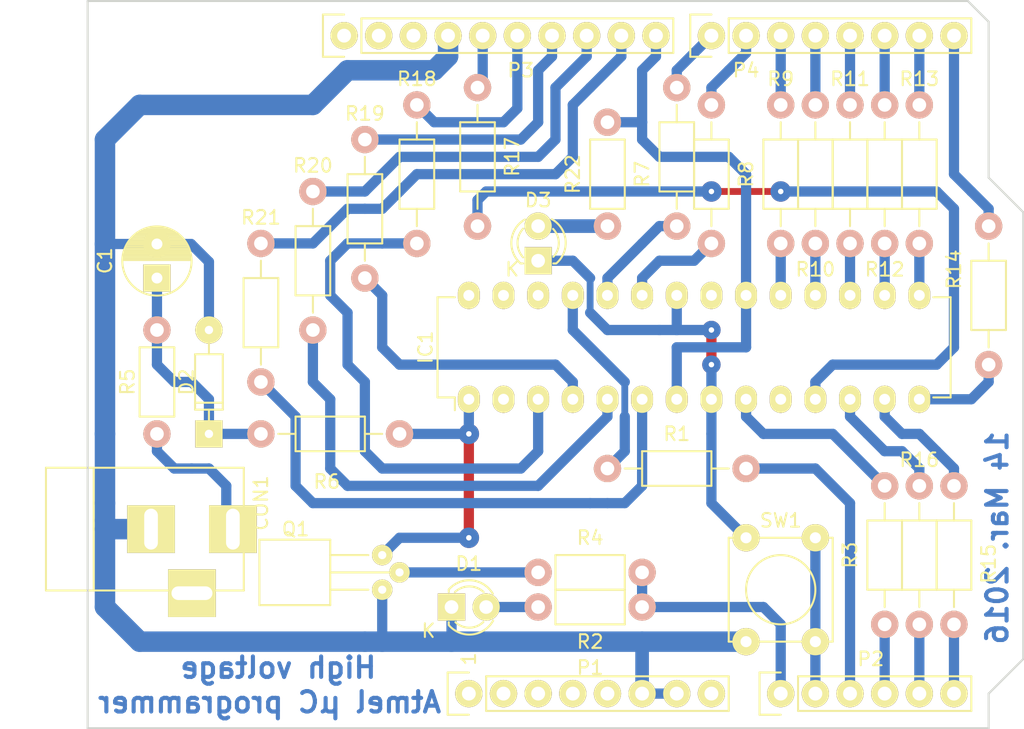
<source format=kicad_pcb>
(kicad_pcb (version 4) (host pcbnew 4.0.2-stable)

  (general
    (links 62)
    (no_connects 1)
    (area 110.922999 72.949999 179.653001 126.440001)
    (thickness 1.6)
    (drawings 26)
    (tracks 221)
    (zones 0)
    (modules 34)
    (nets 45)
  )

  (page A4)
  (title_block
    (title "AVR Fuse Rescue Shield for Arduino")
    (date 2016-03-14)
    (rev 1.0)
    (comment 1 "Based on Arduino-based AVR High Voltage Programmer by Jeff Keyzer (‎@mightyohm).")
  )

  (layers
    (0 F.Cu signal)
    (31 B.Cu signal)
    (32 B.Adhes user)
    (33 F.Adhes user)
    (34 B.Paste user)
    (35 F.Paste user)
    (36 B.SilkS user)
    (37 F.SilkS user)
    (38 B.Mask user)
    (39 F.Mask user)
    (40 Dwgs.User user)
    (41 Cmts.User user)
    (42 Eco1.User user)
    (43 Eco2.User user)
    (44 Edge.Cuts user)
    (45 Margin user)
    (46 B.CrtYd user)
    (47 F.CrtYd user)
    (48 B.Fab user)
    (49 F.Fab user)
  )

  (setup
    (last_trace_width 0.75)
    (user_trace_width 0.5)
    (user_trace_width 0.75)
    (user_trace_width 1)
    (user_trace_width 1.5)
    (trace_clearance 0.2)
    (zone_clearance 0.508)
    (zone_45_only no)
    (trace_min 0.2)
    (segment_width 0.15)
    (edge_width 0.15)
    (via_size 0.6)
    (via_drill 0.4)
    (via_min_size 0.4)
    (via_min_drill 0.3)
    (user_via 1 0.4)
    (user_via 1.2 0.4)
    (user_via 1.35 0.4)
    (user_via 1.5 0.4)
    (uvia_size 0.3)
    (uvia_drill 0.1)
    (uvias_allowed no)
    (uvia_min_size 0.2)
    (uvia_min_drill 0.1)
    (pcb_text_width 0.3)
    (pcb_text_size 1.5 1.5)
    (mod_edge_width 0.15)
    (mod_text_size 1 1)
    (mod_text_width 0.15)
    (pad_size 1.5 1.5)
    (pad_drill 0.6)
    (pad_to_mask_clearance 0)
    (aux_axis_origin 110.998 126.365)
    (grid_origin 110.998 126.365)
    (visible_elements 7FFFFFFF)
    (pcbplotparams
      (layerselection 0x01000_80000000)
      (usegerberextensions false)
      (excludeedgelayer false)
      (linewidth 0.100000)
      (plotframeref false)
      (viasonmask false)
      (mode 1)
      (useauxorigin false)
      (hpglpennumber 1)
      (hpglpenspeed 20)
      (hpglpendiameter 15)
      (hpglpenoverlay 2)
      (psnegative false)
      (psa4output false)
      (plotreference true)
      (plotvalue true)
      (plotinvisibletext false)
      (padsonsilk true)
      (subtractmaskfromsilk false)
      (outputformat 5)
      (mirror false)
      (drillshape 1)
      (scaleselection 1)
      (outputdirectory ""))
  )

  (net 0 "")
  (net 1 /A0)
  (net 2 /A1)
  (net 3 /A2)
  (net 4 /A3)
  (net 5 "/A4(SDA)")
  (net 6 "/A5(SCL)")
  (net 7 "/9(**)")
  (net 8 /8)
  (net 9 /7)
  (net 10 "/6(**)")
  (net 11 "/5(**)")
  (net 12 /4)
  (net 13 "/3(**)")
  (net 14 /2)
  (net 15 "/1(Tx)")
  (net 16 "/0(Rx)")
  (net 17 "/13(SCK)")
  (net 18 "/10(**/SS)")
  (net 19 "/12(MISO)")
  (net 20 "/11(**/MOSI)")
  (net 21 "Net-(C1-Pad1)")
  (net 22 GNDREF)
  (net 23 "Net-(CON1-Pad1)")
  (net 24 "Net-(D1-Pad2)")
  (net 25 "Net-(D3-Pad2)")
  (net 26 "Net-(IC1-Pad1)")
  (net 27 "Net-(IC1-Pad3)")
  (net 28 "Net-(IC1-Pad4)")
  (net 29 "Net-(IC1-Pad5)")
  (net 30 "Net-(IC1-Pad6)")
  (net 31 "Net-(IC1-Pad9)")
  (net 32 "Net-(IC1-Pad11)")
  (net 33 "Net-(IC1-Pad12)")
  (net 34 "Net-(IC1-Pad13)")
  (net 35 "Net-(IC1-Pad14)")
  (net 36 "Net-(IC1-Pad15)")
  (net 37 "Net-(IC1-Pad16)")
  (net 38 "Net-(IC1-Pad17)")
  (net 39 "Net-(IC1-Pad18)")
  (net 40 "Net-(IC1-Pad19)")
  (net 41 "Net-(IC1-Pad23)")
  (net 42 "Net-(IC1-Pad24)")
  (net 43 "Net-(IC1-Pad25)")
  (net 44 "Net-(Q1-Pad2)")

  (net_class Default "This is the default net class."
    (clearance 0.2)
    (trace_width 0.25)
    (via_dia 0.6)
    (via_drill 0.4)
    (uvia_dia 0.3)
    (uvia_drill 0.1)
    (add_net "/0(Rx)")
    (add_net "/1(Tx)")
    (add_net "/10(**/SS)")
    (add_net "/11(**/MOSI)")
    (add_net "/12(MISO)")
    (add_net "/13(SCK)")
    (add_net /2)
    (add_net "/3(**)")
    (add_net /4)
    (add_net "/5(**)")
    (add_net "/6(**)")
    (add_net /7)
    (add_net /8)
    (add_net "/9(**)")
    (add_net /A0)
    (add_net /A1)
    (add_net /A2)
    (add_net /A3)
    (add_net "/A4(SDA)")
    (add_net "/A5(SCL)")
    (add_net GNDREF)
    (add_net "Net-(C1-Pad1)")
    (add_net "Net-(CON1-Pad1)")
    (add_net "Net-(D1-Pad2)")
    (add_net "Net-(D3-Pad2)")
    (add_net "Net-(IC1-Pad1)")
    (add_net "Net-(IC1-Pad11)")
    (add_net "Net-(IC1-Pad12)")
    (add_net "Net-(IC1-Pad13)")
    (add_net "Net-(IC1-Pad14)")
    (add_net "Net-(IC1-Pad15)")
    (add_net "Net-(IC1-Pad16)")
    (add_net "Net-(IC1-Pad17)")
    (add_net "Net-(IC1-Pad18)")
    (add_net "Net-(IC1-Pad19)")
    (add_net "Net-(IC1-Pad23)")
    (add_net "Net-(IC1-Pad24)")
    (add_net "Net-(IC1-Pad25)")
    (add_net "Net-(IC1-Pad3)")
    (add_net "Net-(IC1-Pad4)")
    (add_net "Net-(IC1-Pad5)")
    (add_net "Net-(IC1-Pad6)")
    (add_net "Net-(IC1-Pad9)")
    (add_net "Net-(Q1-Pad2)")
  )

  (module Resistors_ThroughHole:Resistor_Horizontal_RM10mm placed (layer F.Cu) (tedit 56EC71CB) (tstamp 56E2FBDD)
    (at 177.038 99.695 90)
    (descr "Resistor, Axial,  RM 10mm, 1/3W")
    (tags "Resistor Axial RM 10mm 1/3W")
    (path /56E4D8F2)
    (fp_text reference R14 (at 6.985 -2.54 90) (layer F.SilkS)
      (effects (font (size 1 1) (thickness 0.15)))
    )
    (fp_text value 1K (at 5.08 0 90) (layer F.Fab)
      (effects (font (size 1 1) (thickness 0.15)))
    )
    (fp_line (start -1.25 -1.5) (end 11.4 -1.5) (layer F.CrtYd) (width 0.05))
    (fp_line (start -1.25 1.5) (end -1.25 -1.5) (layer F.CrtYd) (width 0.05))
    (fp_line (start 11.4 -1.5) (end 11.4 1.5) (layer F.CrtYd) (width 0.05))
    (fp_line (start -1.25 1.5) (end 11.4 1.5) (layer F.CrtYd) (width 0.05))
    (fp_line (start 2.54 -1.27) (end 7.62 -1.27) (layer F.SilkS) (width 0.15))
    (fp_line (start 7.62 -1.27) (end 7.62 1.27) (layer F.SilkS) (width 0.15))
    (fp_line (start 7.62 1.27) (end 2.54 1.27) (layer F.SilkS) (width 0.15))
    (fp_line (start 2.54 1.27) (end 2.54 -1.27) (layer F.SilkS) (width 0.15))
    (fp_line (start 2.54 0) (end 1.27 0) (layer F.SilkS) (width 0.15))
    (fp_line (start 7.62 0) (end 8.89 0) (layer F.SilkS) (width 0.15))
    (pad 1 thru_hole circle (at 0 0 90) (size 1.99898 1.99898) (drill 1.00076) (layers *.Cu *.SilkS *.Mask)
      (net 35 "Net-(IC1-Pad14)"))
    (pad 2 thru_hole circle (at 10.16 0 90) (size 1.99898 1.99898) (drill 1.00076) (layers *.Cu *.SilkS *.Mask)
      (net 16 "/0(Rx)"))
    (model Resistors_ThroughHole.3dshapes/Resistor_Horizontal_RM10mm.wrl
      (at (xyz 0.2 0 0))
      (scale (xyz 0.4 0.4 0.4))
      (rotate (xyz 0 0 0))
    )
  )

  (module Socket_Arduino_Uno:Socket_Strip_Arduino_1x08 locked (layer F.Cu) (tedit 56E6E358) (tstamp 551AF9EA)
    (at 138.938 123.825)
    (descr "Through hole socket strip")
    (tags "socket strip")
    (path /5517C2C1)
    (fp_text reference P1 (at 8.89 -1.905) (layer F.SilkS)
      (effects (font (size 1 1) (thickness 0.15)))
    )
    (fp_text value Power (at 8.89 -4.064) (layer F.Fab)
      (effects (font (size 1 1) (thickness 0.15)))
    )
    (fp_line (start -1.75 -1.75) (end -1.75 1.75) (layer F.CrtYd) (width 0.05))
    (fp_line (start 19.55 -1.75) (end 19.55 1.75) (layer F.CrtYd) (width 0.05))
    (fp_line (start -1.75 -1.75) (end 19.55 -1.75) (layer F.CrtYd) (width 0.05))
    (fp_line (start -1.75 1.75) (end 19.55 1.75) (layer F.CrtYd) (width 0.05))
    (fp_line (start 1.27 1.27) (end 19.05 1.27) (layer F.SilkS) (width 0.15))
    (fp_line (start 19.05 1.27) (end 19.05 -1.27) (layer F.SilkS) (width 0.15))
    (fp_line (start 19.05 -1.27) (end 1.27 -1.27) (layer F.SilkS) (width 0.15))
    (fp_line (start -1.55 1.55) (end 0 1.55) (layer F.SilkS) (width 0.15))
    (fp_line (start 1.27 1.27) (end 1.27 -1.27) (layer F.SilkS) (width 0.15))
    (fp_line (start 0 -1.55) (end -1.55 -1.55) (layer F.SilkS) (width 0.15))
    (fp_line (start -1.55 -1.55) (end -1.55 1.55) (layer F.SilkS) (width 0.15))
    (pad 1 thru_hole oval (at 0 0) (size 2 2) (drill 1.016) (layers *.Cu *.Mask F.SilkS))
    (pad 2 thru_hole oval (at 2.54 0) (size 2 2) (drill 1.016) (layers *.Cu *.Mask F.SilkS))
    (pad 3 thru_hole oval (at 5.08 0) (size 2 2) (drill 1.016) (layers *.Cu *.Mask F.SilkS))
    (pad 4 thru_hole oval (at 7.62 0) (size 2 2) (drill 1.016) (layers *.Cu *.Mask F.SilkS))
    (pad 5 thru_hole oval (at 10.16 0) (size 2 2) (drill 1.016) (layers *.Cu *.Mask F.SilkS))
    (pad 6 thru_hole oval (at 12.7 0) (size 2 2) (drill 1.016) (layers *.Cu *.Mask F.SilkS)
      (net 22 GNDREF))
    (pad 7 thru_hole oval (at 15.24 0) (size 2 2) (drill 1.016) (layers *.Cu *.Mask F.SilkS)
      (net 22 GNDREF))
    (pad 8 thru_hole oval (at 17.78 0) (size 2 2) (drill 1.016) (layers *.Cu *.Mask F.SilkS))
    (model ${KIPRJMOD}/Socket_Arduino_Uno.3dshapes/Socket_header_Arduino_1x08.wrl
      (at (xyz 0.35 0 0))
      (scale (xyz 1 1 1))
      (rotate (xyz 0 0 180))
    )
  )

  (module Socket_Arduino_Uno:Socket_Strip_Arduino_1x06 locked (layer F.Cu) (tedit 56E6E391) (tstamp 551AF9FF)
    (at 161.798 123.825)
    (descr "Through hole socket strip")
    (tags "socket strip")
    (path /5517C323)
    (fp_text reference P2 (at 6.604 -2.54) (layer F.SilkS)
      (effects (font (size 1 1) (thickness 0.15)))
    )
    (fp_text value Analog (at 6.604 -4.064) (layer F.Fab)
      (effects (font (size 1 1) (thickness 0.15)))
    )
    (fp_line (start -1.75 -1.75) (end -1.75 1.75) (layer F.CrtYd) (width 0.05))
    (fp_line (start 14.45 -1.75) (end 14.45 1.75) (layer F.CrtYd) (width 0.05))
    (fp_line (start -1.75 -1.75) (end 14.45 -1.75) (layer F.CrtYd) (width 0.05))
    (fp_line (start -1.75 1.75) (end 14.45 1.75) (layer F.CrtYd) (width 0.05))
    (fp_line (start 1.27 1.27) (end 13.97 1.27) (layer F.SilkS) (width 0.15))
    (fp_line (start 13.97 1.27) (end 13.97 -1.27) (layer F.SilkS) (width 0.15))
    (fp_line (start 13.97 -1.27) (end 1.27 -1.27) (layer F.SilkS) (width 0.15))
    (fp_line (start -1.55 1.55) (end 0 1.55) (layer F.SilkS) (width 0.15))
    (fp_line (start 1.27 1.27) (end 1.27 -1.27) (layer F.SilkS) (width 0.15))
    (fp_line (start 0 -1.55) (end -1.55 -1.55) (layer F.SilkS) (width 0.15))
    (fp_line (start -1.55 -1.55) (end -1.55 1.55) (layer F.SilkS) (width 0.15))
    (pad 1 thru_hole oval (at 0 0) (size 2 2) (drill 1.016) (layers *.Cu *.Mask F.SilkS)
      (net 1 /A0))
    (pad 2 thru_hole oval (at 2.54 0) (size 2 2) (drill 1.016) (layers *.Cu *.Mask F.SilkS)
      (net 2 /A1))
    (pad 3 thru_hole oval (at 5.08 0) (size 2 2) (drill 1.016) (layers *.Cu *.Mask F.SilkS)
      (net 3 /A2))
    (pad 4 thru_hole oval (at 7.62 0) (size 2 2) (drill 1.016) (layers *.Cu *.Mask F.SilkS)
      (net 4 /A3))
    (pad 5 thru_hole oval (at 10.16 0) (size 2 2) (drill 1.016) (layers *.Cu *.Mask F.SilkS)
      (net 5 "/A4(SDA)"))
    (pad 6 thru_hole oval (at 12.7 0) (size 2 2) (drill 1.016) (layers *.Cu *.Mask F.SilkS)
      (net 6 "/A5(SCL)"))
    (model ${KIPRJMOD}/Socket_Arduino_Uno.3dshapes/Socket_header_Arduino_1x06.wrl
      (at (xyz 0.25 0 0))
      (scale (xyz 1 1 1))
      (rotate (xyz 0 0 180))
    )
  )

  (module Socket_Arduino_Uno:Socket_Strip_Arduino_1x10 locked (layer F.Cu) (tedit 56E6E2F2) (tstamp 551AFA18)
    (at 129.794 75.565)
    (descr "Through hole socket strip")
    (tags "socket strip")
    (path /5517C46C)
    (fp_text reference P3 (at 12.954 2.54) (layer F.SilkS)
      (effects (font (size 1 1) (thickness 0.15)))
    )
    (fp_text value Digital (at 11.43 4.318) (layer F.Fab)
      (effects (font (size 1 1) (thickness 0.15)))
    )
    (fp_line (start -1.75 -1.75) (end -1.75 1.75) (layer F.CrtYd) (width 0.05))
    (fp_line (start 24.65 -1.75) (end 24.65 1.75) (layer F.CrtYd) (width 0.05))
    (fp_line (start -1.75 -1.75) (end 24.65 -1.75) (layer F.CrtYd) (width 0.05))
    (fp_line (start -1.75 1.75) (end 24.65 1.75) (layer F.CrtYd) (width 0.05))
    (fp_line (start 1.27 1.27) (end 24.13 1.27) (layer F.SilkS) (width 0.15))
    (fp_line (start 24.13 1.27) (end 24.13 -1.27) (layer F.SilkS) (width 0.15))
    (fp_line (start 24.13 -1.27) (end 1.27 -1.27) (layer F.SilkS) (width 0.15))
    (fp_line (start -1.55 1.55) (end 0 1.55) (layer F.SilkS) (width 0.15))
    (fp_line (start 1.27 1.27) (end 1.27 -1.27) (layer F.SilkS) (width 0.15))
    (fp_line (start 0 -1.55) (end -1.55 -1.55) (layer F.SilkS) (width 0.15))
    (fp_line (start -1.55 -1.55) (end -1.55 1.55) (layer F.SilkS) (width 0.15))
    (pad 1 thru_hole oval (at 0 0) (size 2 2) (drill 1.016) (layers *.Cu *.Mask F.SilkS))
    (pad 2 thru_hole oval (at 2.54 0) (size 2 2) (drill 1.016) (layers *.Cu *.Mask F.SilkS))
    (pad 3 thru_hole oval (at 5.08 0) (size 2 2) (drill 1.016) (layers *.Cu *.Mask F.SilkS))
    (pad 4 thru_hole oval (at 7.62 0) (size 2 2) (drill 1.016) (layers *.Cu *.Mask F.SilkS)
      (net 22 GNDREF))
    (pad 5 thru_hole oval (at 10.16 0) (size 2 2) (drill 1.016) (layers *.Cu *.Mask F.SilkS)
      (net 17 "/13(SCK)"))
    (pad 6 thru_hole oval (at 12.7 0) (size 2 2) (drill 1.016) (layers *.Cu *.Mask F.SilkS)
      (net 19 "/12(MISO)"))
    (pad 7 thru_hole oval (at 15.24 0) (size 2 2) (drill 1.016) (layers *.Cu *.Mask F.SilkS)
      (net 20 "/11(**/MOSI)"))
    (pad 8 thru_hole oval (at 17.78 0) (size 2 2) (drill 1.016) (layers *.Cu *.Mask F.SilkS)
      (net 18 "/10(**/SS)"))
    (pad 9 thru_hole oval (at 20.32 0) (size 2 2) (drill 1.016) (layers *.Cu *.Mask F.SilkS)
      (net 7 "/9(**)"))
    (pad 10 thru_hole oval (at 22.86 0) (size 2 2) (drill 1.016) (layers *.Cu *.Mask F.SilkS)
      (net 8 /8))
    (model ${KIPRJMOD}/Socket_Arduino_Uno.3dshapes/Socket_header_Arduino_1x10.wrl
      (at (xyz 0.45 0 0))
      (scale (xyz 1 1 1))
      (rotate (xyz 0 0 180))
    )
  )

  (module Socket_Arduino_Uno:Socket_Strip_Arduino_1x08 locked (layer F.Cu) (tedit 56E6E319) (tstamp 551AFA2F)
    (at 156.718 75.565)
    (descr "Through hole socket strip")
    (tags "socket strip")
    (path /5517C366)
    (fp_text reference P4 (at 2.54 2.54) (layer F.SilkS)
      (effects (font (size 1 1) (thickness 0.15)))
    )
    (fp_text value Digital (at 8.89 4.318) (layer F.Fab)
      (effects (font (size 1 1) (thickness 0.15)))
    )
    (fp_line (start -1.75 -1.75) (end -1.75 1.75) (layer F.CrtYd) (width 0.05))
    (fp_line (start 19.55 -1.75) (end 19.55 1.75) (layer F.CrtYd) (width 0.05))
    (fp_line (start -1.75 -1.75) (end 19.55 -1.75) (layer F.CrtYd) (width 0.05))
    (fp_line (start -1.75 1.75) (end 19.55 1.75) (layer F.CrtYd) (width 0.05))
    (fp_line (start 1.27 1.27) (end 19.05 1.27) (layer F.SilkS) (width 0.15))
    (fp_line (start 19.05 1.27) (end 19.05 -1.27) (layer F.SilkS) (width 0.15))
    (fp_line (start 19.05 -1.27) (end 1.27 -1.27) (layer F.SilkS) (width 0.15))
    (fp_line (start -1.55 1.55) (end 0 1.55) (layer F.SilkS) (width 0.15))
    (fp_line (start 1.27 1.27) (end 1.27 -1.27) (layer F.SilkS) (width 0.15))
    (fp_line (start 0 -1.55) (end -1.55 -1.55) (layer F.SilkS) (width 0.15))
    (fp_line (start -1.55 -1.55) (end -1.55 1.55) (layer F.SilkS) (width 0.15))
    (pad 1 thru_hole oval (at 0 0) (size 2 2) (drill 1.016) (layers *.Cu *.Mask F.SilkS)
      (net 9 /7))
    (pad 2 thru_hole oval (at 2.54 0) (size 2 2) (drill 1.016) (layers *.Cu *.Mask F.SilkS)
      (net 10 "/6(**)"))
    (pad 3 thru_hole oval (at 5.08 0) (size 2 2) (drill 1.016) (layers *.Cu *.Mask F.SilkS)
      (net 11 "/5(**)"))
    (pad 4 thru_hole oval (at 7.62 0) (size 2 2) (drill 1.016) (layers *.Cu *.Mask F.SilkS)
      (net 12 /4))
    (pad 5 thru_hole oval (at 10.16 0) (size 2 2) (drill 1.016) (layers *.Cu *.Mask F.SilkS)
      (net 13 "/3(**)"))
    (pad 6 thru_hole oval (at 12.7 0) (size 2 2) (drill 1.016) (layers *.Cu *.Mask F.SilkS)
      (net 14 /2))
    (pad 7 thru_hole oval (at 15.24 0) (size 2 2) (drill 1.016) (layers *.Cu *.Mask F.SilkS)
      (net 15 "/1(Tx)"))
    (pad 8 thru_hole oval (at 17.78 0) (size 2 2) (drill 1.016) (layers *.Cu *.Mask F.SilkS)
      (net 16 "/0(Rx)"))
    (model ${KIPRJMOD}/Socket_Arduino_Uno.3dshapes/Socket_header_Arduino_1x08.wrl
      (at (xyz 0.35 0 0))
      (scale (xyz 1 1 1))
      (rotate (xyz 0 0 180))
    )
  )

  (module Capacitors_ThroughHole:C_Radial_D5_L6_P2.5 placed (layer F.Cu) (tedit 56E6E17D) (tstamp 56E2FB49)
    (at 116.078 93.345 90)
    (descr "Radial Electrolytic Capacitor Diameter 5mm x Length 6mm, Pitch 2.5mm")
    (tags "Electrolytic Capacitor")
    (path /56E3244B)
    (fp_text reference C1 (at 1.27 -3.81 270) (layer F.SilkS)
      (effects (font (size 1 1) (thickness 0.15)))
    )
    (fp_text value 10uF (at 1.25 3.8 90) (layer F.Fab)
      (effects (font (size 1 1) (thickness 0.15)))
    )
    (fp_line (start 1.325 -2.499) (end 1.325 2.499) (layer F.SilkS) (width 0.15))
    (fp_line (start 1.465 -2.491) (end 1.465 2.491) (layer F.SilkS) (width 0.15))
    (fp_line (start 1.605 -2.475) (end 1.605 -0.095) (layer F.SilkS) (width 0.15))
    (fp_line (start 1.605 0.095) (end 1.605 2.475) (layer F.SilkS) (width 0.15))
    (fp_line (start 1.745 -2.451) (end 1.745 -0.49) (layer F.SilkS) (width 0.15))
    (fp_line (start 1.745 0.49) (end 1.745 2.451) (layer F.SilkS) (width 0.15))
    (fp_line (start 1.885 -2.418) (end 1.885 -0.657) (layer F.SilkS) (width 0.15))
    (fp_line (start 1.885 0.657) (end 1.885 2.418) (layer F.SilkS) (width 0.15))
    (fp_line (start 2.025 -2.377) (end 2.025 -0.764) (layer F.SilkS) (width 0.15))
    (fp_line (start 2.025 0.764) (end 2.025 2.377) (layer F.SilkS) (width 0.15))
    (fp_line (start 2.165 -2.327) (end 2.165 -0.835) (layer F.SilkS) (width 0.15))
    (fp_line (start 2.165 0.835) (end 2.165 2.327) (layer F.SilkS) (width 0.15))
    (fp_line (start 2.305 -2.266) (end 2.305 -0.879) (layer F.SilkS) (width 0.15))
    (fp_line (start 2.305 0.879) (end 2.305 2.266) (layer F.SilkS) (width 0.15))
    (fp_line (start 2.445 -2.196) (end 2.445 -0.898) (layer F.SilkS) (width 0.15))
    (fp_line (start 2.445 0.898) (end 2.445 2.196) (layer F.SilkS) (width 0.15))
    (fp_line (start 2.585 -2.114) (end 2.585 -0.896) (layer F.SilkS) (width 0.15))
    (fp_line (start 2.585 0.896) (end 2.585 2.114) (layer F.SilkS) (width 0.15))
    (fp_line (start 2.725 -2.019) (end 2.725 -0.871) (layer F.SilkS) (width 0.15))
    (fp_line (start 2.725 0.871) (end 2.725 2.019) (layer F.SilkS) (width 0.15))
    (fp_line (start 2.865 -1.908) (end 2.865 -0.823) (layer F.SilkS) (width 0.15))
    (fp_line (start 2.865 0.823) (end 2.865 1.908) (layer F.SilkS) (width 0.15))
    (fp_line (start 3.005 -1.78) (end 3.005 -0.745) (layer F.SilkS) (width 0.15))
    (fp_line (start 3.005 0.745) (end 3.005 1.78) (layer F.SilkS) (width 0.15))
    (fp_line (start 3.145 -1.631) (end 3.145 -0.628) (layer F.SilkS) (width 0.15))
    (fp_line (start 3.145 0.628) (end 3.145 1.631) (layer F.SilkS) (width 0.15))
    (fp_line (start 3.285 -1.452) (end 3.285 -0.44) (layer F.SilkS) (width 0.15))
    (fp_line (start 3.285 0.44) (end 3.285 1.452) (layer F.SilkS) (width 0.15))
    (fp_line (start 3.425 -1.233) (end 3.425 1.233) (layer F.SilkS) (width 0.15))
    (fp_line (start 3.565 -0.944) (end 3.565 0.944) (layer F.SilkS) (width 0.15))
    (fp_line (start 3.705 -0.472) (end 3.705 0.472) (layer F.SilkS) (width 0.15))
    (fp_circle (center 2.5 0) (end 2.5 -0.9) (layer F.SilkS) (width 0.15))
    (fp_circle (center 1.25 0) (end 1.25 -2.5375) (layer F.SilkS) (width 0.15))
    (fp_circle (center 1.25 0) (end 1.25 -2.8) (layer F.CrtYd) (width 0.05))
    (pad 1 thru_hole rect (at 0 0 90) (size 2 2) (drill 0.8) (layers *.Cu *.Mask F.SilkS)
      (net 21 "Net-(C1-Pad1)"))
    (pad 2 thru_hole circle (at 2.5 0 90) (size 2 2) (drill 0.8) (layers *.Cu *.Mask F.SilkS)
      (net 22 GNDREF))
    (model Capacitors_ThroughHole.3dshapes/C_Radial_D5_L6_P2.5.wrl
      (at (xyz 0.0492126 0 0))
      (scale (xyz 1 1 1))
      (rotate (xyz 0 0 90))
    )
  )

  (module Connect:BARREL_JACK placed (layer F.Cu) (tedit 56E6DE08) (tstamp 56E2FB50)
    (at 115.443 111.76)
    (descr "DC Barrel Jack")
    (tags "Power Jack")
    (path /56E32761)
    (fp_text reference CON1 (at 8.255 -1.905 90) (layer F.SilkS)
      (effects (font (size 1 1) (thickness 0.15)))
    )
    (fp_text value BARREL_JACK (at 0 -5.99948) (layer F.Fab)
      (effects (font (size 1 1) (thickness 0.15)))
    )
    (fp_line (start -4.0005 -4.50088) (end -4.0005 4.50088) (layer F.SilkS) (width 0.15))
    (fp_line (start -7.50062 -4.50088) (end -7.50062 4.50088) (layer F.SilkS) (width 0.15))
    (fp_line (start -7.50062 4.50088) (end 7.00024 4.50088) (layer F.SilkS) (width 0.15))
    (fp_line (start 7.00024 4.50088) (end 7.00024 -4.50088) (layer F.SilkS) (width 0.15))
    (fp_line (start 7.00024 -4.50088) (end -7.50062 -4.50088) (layer F.SilkS) (width 0.15))
    (pad 1 thru_hole rect (at 6.20014 0) (size 3.50012 3.50012) (drill oval 1.00076 2.99974) (layers *.Cu *.Mask F.SilkS)
      (net 23 "Net-(CON1-Pad1)"))
    (pad 2 thru_hole rect (at 0.20066 0) (size 3.50012 3.50012) (drill oval 1.00076 2.99974) (layers *.Cu *.Mask F.SilkS)
      (net 22 GNDREF))
    (pad 3 thru_hole rect (at 3.2004 4.699) (size 3.50012 3.50012) (drill oval 2.99974 1.00076) (layers *.Cu *.Mask F.SilkS))
  )

  (module LEDs:LED-3MM placed (layer F.Cu) (tedit 56E5D503) (tstamp 56E2FB56)
    (at 137.668 117.475)
    (descr "LED 3mm round vertical")
    (tags "LED  3mm round vertical")
    (path /56E37322)
    (fp_text reference D1 (at 1.27 -3.175) (layer F.SilkS)
      (effects (font (size 1 1) (thickness 0.15)))
    )
    (fp_text value LED (at 1.3 -2.9) (layer F.Fab)
      (effects (font (size 1 1) (thickness 0.15)))
    )
    (fp_line (start -1.2 2.3) (end 3.8 2.3) (layer F.CrtYd) (width 0.05))
    (fp_line (start 3.8 2.3) (end 3.8 -2.2) (layer F.CrtYd) (width 0.05))
    (fp_line (start 3.8 -2.2) (end -1.2 -2.2) (layer F.CrtYd) (width 0.05))
    (fp_line (start -1.2 -2.2) (end -1.2 2.3) (layer F.CrtYd) (width 0.05))
    (fp_line (start -0.199 1.314) (end -0.199 1.114) (layer F.SilkS) (width 0.15))
    (fp_line (start -0.199 -1.28) (end -0.199 -1.1) (layer F.SilkS) (width 0.15))
    (fp_arc (start 1.301 0.034) (end -0.199 -1.286) (angle 108.5) (layer F.SilkS) (width 0.15))
    (fp_arc (start 1.301 0.034) (end 0.25 -1.1) (angle 85.7) (layer F.SilkS) (width 0.15))
    (fp_arc (start 1.311 0.034) (end 3.051 0.994) (angle 110) (layer F.SilkS) (width 0.15))
    (fp_arc (start 1.301 0.034) (end 2.335 1.094) (angle 87.5) (layer F.SilkS) (width 0.15))
    (fp_text user K (at -1.69 1.74) (layer F.SilkS)
      (effects (font (size 1 1) (thickness 0.15)))
    )
    (pad 1 thru_hole rect (at 0 0 90) (size 2 2) (drill 1.00076) (layers *.Cu *.Mask F.SilkS)
      (net 22 GNDREF))
    (pad 2 thru_hole circle (at 2.54 0) (size 2 2) (drill 1.00076) (layers *.Cu *.Mask F.SilkS)
      (net 24 "Net-(D1-Pad2)"))
    (model LEDs.3dshapes/LED-3MM.wrl
      (at (xyz 0.05 0 0))
      (scale (xyz 1 1 1))
      (rotate (xyz 0 0 90))
    )
  )

  (module Discret:DO-35 placed (layer F.Cu) (tedit 56E6E129) (tstamp 56E2FB5C)
    (at 119.888 100.965 270)
    (descr "Diode 3 pas")
    (tags "DIODE DEV")
    (path /56E3251F)
    (fp_text reference D2 (at 0 1.651 270) (layer F.SilkS)
      (effects (font (size 1 1) (thickness 0.15)))
    )
    (fp_text value 12V (at 0 0 270) (layer F.Fab)
      (effects (font (size 1 1) (thickness 0.15)))
    )
    (fp_line (start 2.032 0) (end 3.81 0) (layer F.SilkS) (width 0.15))
    (fp_line (start -2.032 0) (end -3.81 0) (layer F.SilkS) (width 0.15))
    (fp_line (start 1.524 -1.016) (end 1.524 1.016) (layer F.SilkS) (width 0.15))
    (fp_line (start -2.032 -1.016) (end -2.032 1.016) (layer F.SilkS) (width 0.15))
    (fp_line (start -2.032 1.016) (end 2.032 1.016) (layer F.SilkS) (width 0.15))
    (fp_line (start 2.032 1.016) (end 2.032 -1.016) (layer F.SilkS) (width 0.15))
    (fp_line (start 2.032 -1.016) (end -2.032 -1.016) (layer F.SilkS) (width 0.15))
    (pad 1 thru_hole rect (at 3.81 0 270) (size 2 2) (drill 0.6096) (layers *.Cu *.Mask F.SilkS)
      (net 21 "Net-(C1-Pad1)"))
    (pad 2 thru_hole circle (at -3.81 0 270) (size 2 2) (drill 0.6096) (layers *.Cu *.Mask F.SilkS)
      (net 22 GNDREF))
    (model Discret.3dshapes/DO-35.wrl
      (at (xyz 0 0 0))
      (scale (xyz 0.3 0.3 0.3))
      (rotate (xyz 0 0 0))
    )
  )

  (module LEDs:LED-3MM placed (layer F.Cu) (tedit 56E5D5D2) (tstamp 56E2FB62)
    (at 144.018 92.075 90)
    (descr "LED 3mm round vertical")
    (tags "LED  3mm round vertical")
    (path /56E373EF)
    (fp_text reference D3 (at 4.445 0 180) (layer F.SilkS)
      (effects (font (size 1 1) (thickness 0.15)))
    )
    (fp_text value LED (at 1.3 -2.9 90) (layer F.Fab)
      (effects (font (size 1 1) (thickness 0.15)))
    )
    (fp_line (start -1.2 2.3) (end 3.8 2.3) (layer F.CrtYd) (width 0.05))
    (fp_line (start 3.8 2.3) (end 3.8 -2.2) (layer F.CrtYd) (width 0.05))
    (fp_line (start 3.8 -2.2) (end -1.2 -2.2) (layer F.CrtYd) (width 0.05))
    (fp_line (start -1.2 -2.2) (end -1.2 2.3) (layer F.CrtYd) (width 0.05))
    (fp_line (start -0.199 1.314) (end -0.199 1.114) (layer F.SilkS) (width 0.15))
    (fp_line (start -0.199 -1.28) (end -0.199 -1.1) (layer F.SilkS) (width 0.15))
    (fp_arc (start 1.301 0.034) (end -0.199 -1.286) (angle 108.5) (layer F.SilkS) (width 0.15))
    (fp_arc (start 1.301 0.034) (end 0.25 -1.1) (angle 85.7) (layer F.SilkS) (width 0.15))
    (fp_arc (start 1.311 0.034) (end 3.051 0.994) (angle 110) (layer F.SilkS) (width 0.15))
    (fp_arc (start 1.301 0.034) (end 2.335 1.094) (angle 87.5) (layer F.SilkS) (width 0.15))
    (fp_text user K (at -0.635 -1.905 180) (layer F.SilkS)
      (effects (font (size 1 1) (thickness 0.15)))
    )
    (pad 1 thru_hole rect (at 0 0 180) (size 2 2) (drill 1.00076) (layers *.Cu *.Mask F.SilkS)
      (net 22 GNDREF))
    (pad 2 thru_hole circle (at 2.54 0 90) (size 2 2) (drill 1.00076) (layers *.Cu *.Mask F.SilkS)
      (net 25 "Net-(D3-Pad2)"))
    (model LEDs.3dshapes/LED-3MM.wrl
      (at (xyz 0.05 0 0))
      (scale (xyz 1 1 1))
      (rotate (xyz 0 0 90))
    )
  )

  (module Housings_DIP:DIP-28_W7.62mm placed (layer F.Cu) (tedit 56E6E256) (tstamp 56E2FB82)
    (at 138.938 102.235 90)
    (descr "28-lead dip package, row spacing 7.62 mm (300 mils)")
    (tags "dil dip 2.54 300")
    (path /56E2FFD4)
    (fp_text reference IC1 (at 3.81 -3.175 90) (layer F.SilkS)
      (effects (font (size 1 1) (thickness 0.15)))
    )
    (fp_text value ATMEGA328P-P (at 0 -3.72 90) (layer F.Fab)
      (effects (font (size 1 1) (thickness 0.15)))
    )
    (fp_line (start -1.05 -2.45) (end -1.05 35.5) (layer F.CrtYd) (width 0.05))
    (fp_line (start 8.65 -2.45) (end 8.65 35.5) (layer F.CrtYd) (width 0.05))
    (fp_line (start -1.05 -2.45) (end 8.65 -2.45) (layer F.CrtYd) (width 0.05))
    (fp_line (start -1.05 35.5) (end 8.65 35.5) (layer F.CrtYd) (width 0.05))
    (fp_line (start 0.135 -2.295) (end 0.135 -1.025) (layer F.SilkS) (width 0.15))
    (fp_line (start 7.485 -2.295) (end 7.485 -1.025) (layer F.SilkS) (width 0.15))
    (fp_line (start 7.485 35.315) (end 7.485 34.045) (layer F.SilkS) (width 0.15))
    (fp_line (start 0.135 35.315) (end 0.135 34.045) (layer F.SilkS) (width 0.15))
    (fp_line (start 0.135 -2.295) (end 7.485 -2.295) (layer F.SilkS) (width 0.15))
    (fp_line (start 0.135 35.315) (end 7.485 35.315) (layer F.SilkS) (width 0.15))
    (fp_line (start 0.135 -1.025) (end -0.8 -1.025) (layer F.SilkS) (width 0.15))
    (pad 1 thru_hole oval (at 0 0 90) (size 2 1.6) (drill 0.8) (layers *.Cu *.Mask F.SilkS)
      (net 26 "Net-(IC1-Pad1)"))
    (pad 2 thru_hole oval (at 0 2.54 90) (size 2 1.6) (drill 0.8) (layers *.Cu *.Mask F.SilkS))
    (pad 3 thru_hole oval (at 0 5.08 90) (size 2 1.6) (drill 0.8) (layers *.Cu *.Mask F.SilkS)
      (net 27 "Net-(IC1-Pad3)"))
    (pad 4 thru_hole oval (at 0 7.62 90) (size 2 1.6) (drill 0.8) (layers *.Cu *.Mask F.SilkS)
      (net 28 "Net-(IC1-Pad4)"))
    (pad 5 thru_hole oval (at 0 10.16 90) (size 2 1.6) (drill 0.8) (layers *.Cu *.Mask F.SilkS)
      (net 29 "Net-(IC1-Pad5)"))
    (pad 6 thru_hole oval (at 0 12.7 90) (size 2 1.6) (drill 0.8) (layers *.Cu *.Mask F.SilkS)
      (net 30 "Net-(IC1-Pad6)"))
    (pad 7 thru_hole oval (at 0 15.24 90) (size 2 1.6) (drill 0.8) (layers *.Cu *.Mask F.SilkS)
      (net 8 /8))
    (pad 8 thru_hole oval (at 0 17.78 90) (size 2 1.6) (drill 0.8) (layers *.Cu *.Mask F.SilkS)
      (net 22 GNDREF))
    (pad 9 thru_hole oval (at 0 20.32 90) (size 2 1.6) (drill 0.8) (layers *.Cu *.Mask F.SilkS)
      (net 31 "Net-(IC1-Pad9)"))
    (pad 10 thru_hole oval (at 0 22.86 90) (size 2 1.6) (drill 0.8) (layers *.Cu *.Mask F.SilkS))
    (pad 11 thru_hole oval (at 0 25.4 90) (size 2 1.6) (drill 0.8) (layers *.Cu *.Mask F.SilkS)
      (net 32 "Net-(IC1-Pad11)"))
    (pad 12 thru_hole oval (at 0 27.94 90) (size 2 1.6) (drill 0.8) (layers *.Cu *.Mask F.SilkS)
      (net 33 "Net-(IC1-Pad12)"))
    (pad 13 thru_hole oval (at 0 30.48 90) (size 2 1.6) (drill 0.8) (layers *.Cu *.Mask F.SilkS)
      (net 34 "Net-(IC1-Pad13)"))
    (pad 14 thru_hole oval (at 0 33.02 90) (size 2 1.6) (drill 0.8) (layers *.Cu *.Mask F.SilkS)
      (net 35 "Net-(IC1-Pad14)"))
    (pad 15 thru_hole oval (at 7.62 33.02 90) (size 2 1.6) (drill 0.8) (layers *.Cu *.Mask F.SilkS)
      (net 36 "Net-(IC1-Pad15)"))
    (pad 16 thru_hole oval (at 7.62 30.48 90) (size 2 1.6) (drill 0.8) (layers *.Cu *.Mask F.SilkS)
      (net 37 "Net-(IC1-Pad16)"))
    (pad 17 thru_hole oval (at 7.62 27.94 90) (size 2 1.6) (drill 0.8) (layers *.Cu *.Mask F.SilkS)
      (net 38 "Net-(IC1-Pad17)"))
    (pad 18 thru_hole oval (at 7.62 25.4 90) (size 2 1.6) (drill 0.8) (layers *.Cu *.Mask F.SilkS)
      (net 39 "Net-(IC1-Pad18)"))
    (pad 19 thru_hole oval (at 7.62 22.86 90) (size 2 1.6) (drill 0.8) (layers *.Cu *.Mask F.SilkS)
      (net 40 "Net-(IC1-Pad19)"))
    (pad 20 thru_hole oval (at 7.62 20.32 90) (size 2 1.6) (drill 0.8) (layers *.Cu *.Mask F.SilkS)
      (net 8 /8))
    (pad 21 thru_hole oval (at 7.62 17.78 90) (size 2 1.6) (drill 0.8) (layers *.Cu *.Mask F.SilkS))
    (pad 22 thru_hole oval (at 7.62 15.24 90) (size 2 1.6) (drill 0.8) (layers *.Cu *.Mask F.SilkS)
      (net 22 GNDREF))
    (pad 23 thru_hole oval (at 7.62 12.7 90) (size 2 1.6) (drill 0.8) (layers *.Cu *.Mask F.SilkS)
      (net 41 "Net-(IC1-Pad23)"))
    (pad 24 thru_hole oval (at 7.62 10.16 90) (size 2 1.6) (drill 0.8) (layers *.Cu *.Mask F.SilkS)
      (net 42 "Net-(IC1-Pad24)"))
    (pad 25 thru_hole oval (at 7.62 7.62 90) (size 2 1.6) (drill 0.8) (layers *.Cu *.Mask F.SilkS)
      (net 43 "Net-(IC1-Pad25)"))
    (pad 26 thru_hole oval (at 7.62 5.08 90) (size 2 1.6) (drill 0.8) (layers *.Cu *.Mask F.SilkS))
    (pad 27 thru_hole oval (at 7.62 2.54 90) (size 2 1.6) (drill 0.8) (layers *.Cu *.Mask F.SilkS))
    (pad 28 thru_hole oval (at 7.62 0 90) (size 2 1.6) (drill 0.8) (layers *.Cu *.Mask F.SilkS))
    (model Housings_DIP.3dshapes/DIP-28_W7.62mm.wrl
      (at (xyz 0 0 0))
      (scale (xyz 1 1 1))
      (rotate (xyz 0 0 0))
    )
  )

  (module TO_SOT_Packages_THT:TO-92_Horizontal2_Molded_Narrow placed (layer F.Cu) (tedit 56E6E3FA) (tstamp 56E2FB89)
    (at 132.588 116.205 90)
    (descr "TO-92 horizontal, leads molded, narrow, drill 0.6mm (see NXP sot054_po.pdf)")
    (tags "to-92 sc-43 sc-43a sot54 PA33 transistor")
    (path /56E3238F)
    (fp_text reference Q1 (at 4.445 -6.35 360) (layer F.SilkS)
      (effects (font (size 1 1) (thickness 0.15)))
    )
    (fp_text value Q_NPN_EBC (at 0 4 90) (layer F.Fab)
      (effects (font (size 1 1) (thickness 0.15)))
    )
    (fp_line (start 2.54 -1.016) (end 2.54 -3.81) (layer F.SilkS) (width 0.15))
    (fp_line (start 1.27 0.5) (end 1.27 -3.81) (layer F.SilkS) (width 0.15))
    (fp_line (start 0 -1.016) (end 0 -3.81) (layer F.SilkS) (width 0.15))
    (fp_line (start 3.67 -3.81) (end -1.13 -3.81) (layer F.SilkS) (width 0.15))
    (fp_line (start -1.13 -3.81) (end -1.13 -9) (layer F.SilkS) (width 0.15))
    (fp_line (start -1.13 -9) (end 3.67 -9) (layer F.SilkS) (width 0.15))
    (fp_line (start 3.67 -9) (end 3.67 -3.81) (layer F.SilkS) (width 0.15))
    (fp_line (start 3.95 -9.25) (end 3.95 2.05) (layer F.CrtYd) (width 0.05))
    (fp_line (start 3.95 -9.25) (end -1.4 -9.25) (layer F.CrtYd) (width 0.05))
    (fp_line (start -1.4 -9.25) (end -1.4 2.05) (layer F.CrtYd) (width 0.05))
    (fp_line (start 3.95 2.05) (end -1.4 2.05) (layer F.CrtYd) (width 0.05))
    (pad 2 thru_hole circle (at 1.27 1.27) (size 1.5 1.5) (drill 0.6) (layers *.Cu *.Mask F.SilkS)
      (net 44 "Net-(Q1-Pad2)"))
    (pad 1 thru_hole circle (at 0 0) (size 1.5 1.5) (drill 0.6) (layers *.Cu *.Mask F.SilkS)
      (net 22 GNDREF))
    (pad 3 thru_hole circle (at 2.54 0) (size 1.5 1.5) (drill 0.6) (layers *.Cu *.Mask F.SilkS)
      (net 26 "Net-(IC1-Pad1)"))
    (model TO_SOT_Packages_THT.3dshapes/TO-92_Horizontal2_Molded_Narrow.wrl
      (at (xyz 0.05 0 0))
      (scale (xyz 1 1 1))
      (rotate (xyz 0 0 90))
    )
  )

  (module Resistors_ThroughHole:Resistor_Horizontal_RM10mm placed (layer F.Cu) (tedit 56E5D526) (tstamp 56E2FB8F)
    (at 149.098 107.315)
    (descr "Resistor, Axial,  RM 10mm, 1/3W")
    (tags "Resistor Axial RM 10mm 1/3W")
    (path /56E515D1)
    (fp_text reference R1 (at 5.08 -2.54) (layer F.SilkS)
      (effects (font (size 1 1) (thickness 0.15)))
    )
    (fp_text value 1K (at 5.08 3.81) (layer F.Fab)
      (effects (font (size 1 1) (thickness 0.15)))
    )
    (fp_line (start -1.25 -1.5) (end 11.4 -1.5) (layer F.CrtYd) (width 0.05))
    (fp_line (start -1.25 1.5) (end -1.25 -1.5) (layer F.CrtYd) (width 0.05))
    (fp_line (start 11.4 -1.5) (end 11.4 1.5) (layer F.CrtYd) (width 0.05))
    (fp_line (start -1.25 1.5) (end 11.4 1.5) (layer F.CrtYd) (width 0.05))
    (fp_line (start 2.54 -1.27) (end 7.62 -1.27) (layer F.SilkS) (width 0.15))
    (fp_line (start 7.62 -1.27) (end 7.62 1.27) (layer F.SilkS) (width 0.15))
    (fp_line (start 7.62 1.27) (end 2.54 1.27) (layer F.SilkS) (width 0.15))
    (fp_line (start 2.54 1.27) (end 2.54 -1.27) (layer F.SilkS) (width 0.15))
    (fp_line (start 2.54 0) (end 1.27 0) (layer F.SilkS) (width 0.15))
    (fp_line (start 7.62 0) (end 8.89 0) (layer F.SilkS) (width 0.15))
    (pad 1 thru_hole circle (at 0 0) (size 1.99898 1.99898) (drill 1.00076) (layers *.Cu *.SilkS *.Mask)
      (net 43 "Net-(IC1-Pad25)"))
    (pad 2 thru_hole circle (at 10.16 0) (size 1.99898 1.99898) (drill 1.00076) (layers *.Cu *.SilkS *.Mask)
      (net 3 /A2))
    (model Resistors_ThroughHole.3dshapes/Resistor_Horizontal_RM10mm.wrl
      (at (xyz 0.2 0 0))
      (scale (xyz 0.4 0.4 0.4))
      (rotate (xyz 0 0 0))
    )
  )

  (module Resistors_ThroughHole:Resistor_Horizontal_RM7mm placed (layer F.Cu) (tedit 56E5D4E8) (tstamp 56E2FB95)
    (at 151.638 117.475 180)
    (descr "Resistor, Axial,  RM 7.62mm, 1/3W,")
    (tags "Resistor Axial RM 7.62mm 1/3W R3")
    (path /56E515CB)
    (fp_text reference R2 (at 3.81 -2.54 180) (layer F.SilkS)
      (effects (font (size 1 1) (thickness 0.15)))
    )
    (fp_text value 1K (at 3.81 3.81 180) (layer F.Fab)
      (effects (font (size 1 1) (thickness 0.15)))
    )
    (fp_line (start -1.25 -1.5) (end 8.85 -1.5) (layer F.CrtYd) (width 0.05))
    (fp_line (start -1.25 1.5) (end -1.25 -1.5) (layer F.CrtYd) (width 0.05))
    (fp_line (start 8.85 -1.5) (end 8.85 1.5) (layer F.CrtYd) (width 0.05))
    (fp_line (start -1.25 1.5) (end 8.85 1.5) (layer F.CrtYd) (width 0.05))
    (fp_line (start 1.27 -1.27) (end 6.35 -1.27) (layer F.SilkS) (width 0.15))
    (fp_line (start 6.35 -1.27) (end 6.35 1.27) (layer F.SilkS) (width 0.15))
    (fp_line (start 6.35 1.27) (end 1.27 1.27) (layer F.SilkS) (width 0.15))
    (fp_line (start 1.27 1.27) (end 1.27 -1.27) (layer F.SilkS) (width 0.15))
    (pad 1 thru_hole circle (at 0 0 180) (size 1.99898 1.99898) (drill 1.00076) (layers *.Cu *.SilkS *.Mask)
      (net 1 /A0))
    (pad 2 thru_hole circle (at 7.62 0 180) (size 1.99898 1.99898) (drill 1.00076) (layers *.Cu *.SilkS *.Mask)
      (net 24 "Net-(D1-Pad2)"))
  )

  (module Resistors_ThroughHole:Resistor_Horizontal_RM10mm placed (layer F.Cu) (tedit 56E5D566) (tstamp 56E2FB9B)
    (at 169.418 108.585 270)
    (descr "Resistor, Axial,  RM 10mm, 1/3W")
    (tags "Resistor Axial RM 10mm 1/3W")
    (path /56E515BF)
    (fp_text reference R3 (at 5.08 2.54 450) (layer F.SilkS)
      (effects (font (size 1 1) (thickness 0.15)))
    )
    (fp_text value 1K (at 5.08 3.81 270) (layer F.Fab)
      (effects (font (size 1 1) (thickness 0.15)))
    )
    (fp_line (start -1.25 -1.5) (end 11.4 -1.5) (layer F.CrtYd) (width 0.05))
    (fp_line (start -1.25 1.5) (end -1.25 -1.5) (layer F.CrtYd) (width 0.05))
    (fp_line (start 11.4 -1.5) (end 11.4 1.5) (layer F.CrtYd) (width 0.05))
    (fp_line (start -1.25 1.5) (end 11.4 1.5) (layer F.CrtYd) (width 0.05))
    (fp_line (start 2.54 -1.27) (end 7.62 -1.27) (layer F.SilkS) (width 0.15))
    (fp_line (start 7.62 -1.27) (end 7.62 1.27) (layer F.SilkS) (width 0.15))
    (fp_line (start 7.62 1.27) (end 2.54 1.27) (layer F.SilkS) (width 0.15))
    (fp_line (start 2.54 1.27) (end 2.54 -1.27) (layer F.SilkS) (width 0.15))
    (fp_line (start 2.54 0) (end 1.27 0) (layer F.SilkS) (width 0.15))
    (fp_line (start 7.62 0) (end 8.89 0) (layer F.SilkS) (width 0.15))
    (pad 1 thru_hole circle (at 0 0 270) (size 1.99898 1.99898) (drill 1.00076) (layers *.Cu *.SilkS *.Mask)
      (net 31 "Net-(IC1-Pad9)"))
    (pad 2 thru_hole circle (at 10.16 0 270) (size 1.99898 1.99898) (drill 1.00076) (layers *.Cu *.SilkS *.Mask)
      (net 4 /A3))
    (model Resistors_ThroughHole.3dshapes/Resistor_Horizontal_RM10mm.wrl
      (at (xyz 0.2 0 0))
      (scale (xyz 0.4 0.4 0.4))
      (rotate (xyz 0 0 0))
    )
  )

  (module Resistors_ThroughHole:Resistor_Horizontal_RM7mm placed (layer F.Cu) (tedit 56E5D4E2) (tstamp 56E2FBA1)
    (at 144.018 114.935)
    (descr "Resistor, Axial,  RM 7.62mm, 1/3W,")
    (tags "Resistor Axial RM 7.62mm 1/3W R3")
    (path /56E3E7B5)
    (fp_text reference R4 (at 3.81 -2.54) (layer F.SilkS)
      (effects (font (size 1 1) (thickness 0.15)))
    )
    (fp_text value 1K (at 3.81 3.81) (layer F.Fab)
      (effects (font (size 1 1) (thickness 0.15)))
    )
    (fp_line (start -1.25 -1.5) (end 8.85 -1.5) (layer F.CrtYd) (width 0.05))
    (fp_line (start -1.25 1.5) (end -1.25 -1.5) (layer F.CrtYd) (width 0.05))
    (fp_line (start 8.85 -1.5) (end 8.85 1.5) (layer F.CrtYd) (width 0.05))
    (fp_line (start -1.25 1.5) (end 8.85 1.5) (layer F.CrtYd) (width 0.05))
    (fp_line (start 1.27 -1.27) (end 6.35 -1.27) (layer F.SilkS) (width 0.15))
    (fp_line (start 6.35 -1.27) (end 6.35 1.27) (layer F.SilkS) (width 0.15))
    (fp_line (start 6.35 1.27) (end 1.27 1.27) (layer F.SilkS) (width 0.15))
    (fp_line (start 1.27 1.27) (end 1.27 -1.27) (layer F.SilkS) (width 0.15))
    (pad 1 thru_hole circle (at 0 0) (size 1.99898 1.99898) (drill 1.00076) (layers *.Cu *.SilkS *.Mask)
      (net 44 "Net-(Q1-Pad2)"))
    (pad 2 thru_hole circle (at 7.62 0) (size 1.99898 1.99898) (drill 1.00076) (layers *.Cu *.SilkS *.Mask)
      (net 1 /A0))
  )

  (module Resistors_ThroughHole:Resistor_Horizontal_RM7mm placed (layer F.Cu) (tedit 56E6DDD1) (tstamp 56E2FBA7)
    (at 116.078 97.155 270)
    (descr "Resistor, Axial,  RM 7.62mm, 1/3W,")
    (tags "Resistor Axial RM 7.62mm 1/3W R3")
    (path /56E372A8)
    (fp_text reference R5 (at 3.81 2.159 270) (layer F.SilkS)
      (effects (font (size 1 1) (thickness 0.15)))
    )
    (fp_text value 100 (at 3.81 3.81 270) (layer F.Fab)
      (effects (font (size 1 1) (thickness 0.15)))
    )
    (fp_line (start -1.25 -1.5) (end 8.85 -1.5) (layer F.CrtYd) (width 0.05))
    (fp_line (start -1.25 1.5) (end -1.25 -1.5) (layer F.CrtYd) (width 0.05))
    (fp_line (start 8.85 -1.5) (end 8.85 1.5) (layer F.CrtYd) (width 0.05))
    (fp_line (start -1.25 1.5) (end 8.85 1.5) (layer F.CrtYd) (width 0.05))
    (fp_line (start 1.27 -1.27) (end 6.35 -1.27) (layer F.SilkS) (width 0.15))
    (fp_line (start 6.35 -1.27) (end 6.35 1.27) (layer F.SilkS) (width 0.15))
    (fp_line (start 6.35 1.27) (end 1.27 1.27) (layer F.SilkS) (width 0.15))
    (fp_line (start 1.27 1.27) (end 1.27 -1.27) (layer F.SilkS) (width 0.15))
    (pad 1 thru_hole circle (at 0 0 270) (size 1.99898 1.99898) (drill 1.00076) (layers *.Cu *.SilkS *.Mask)
      (net 21 "Net-(C1-Pad1)"))
    (pad 2 thru_hole circle (at 7.62 0 270) (size 1.99898 1.99898) (drill 1.00076) (layers *.Cu *.SilkS *.Mask)
      (net 23 "Net-(CON1-Pad1)"))
  )

  (module Resistors_ThroughHole:Resistor_Horizontal_RM10mm placed (layer F.Cu) (tedit 56E5D627) (tstamp 56E2FBB3)
    (at 154.178 89.535 90)
    (descr "Resistor, Axial,  RM 10mm, 1/3W")
    (tags "Resistor Axial RM 10mm 1/3W")
    (path /56E4FE74)
    (fp_text reference R7 (at 3.81 -2.54 90) (layer F.SilkS)
      (effects (font (size 1 1) (thickness 0.15)))
    )
    (fp_text value 1K (at 5.08 3.81 90) (layer F.Fab)
      (effects (font (size 1 1) (thickness 0.15)))
    )
    (fp_line (start -1.25 -1.5) (end 11.4 -1.5) (layer F.CrtYd) (width 0.05))
    (fp_line (start -1.25 1.5) (end -1.25 -1.5) (layer F.CrtYd) (width 0.05))
    (fp_line (start 11.4 -1.5) (end 11.4 1.5) (layer F.CrtYd) (width 0.05))
    (fp_line (start -1.25 1.5) (end 11.4 1.5) (layer F.CrtYd) (width 0.05))
    (fp_line (start 2.54 -1.27) (end 7.62 -1.27) (layer F.SilkS) (width 0.15))
    (fp_line (start 7.62 -1.27) (end 7.62 1.27) (layer F.SilkS) (width 0.15))
    (fp_line (start 7.62 1.27) (end 2.54 1.27) (layer F.SilkS) (width 0.15))
    (fp_line (start 2.54 1.27) (end 2.54 -1.27) (layer F.SilkS) (width 0.15))
    (fp_line (start 2.54 0) (end 1.27 0) (layer F.SilkS) (width 0.15))
    (fp_line (start 7.62 0) (end 8.89 0) (layer F.SilkS) (width 0.15))
    (pad 1 thru_hole circle (at 0 0 90) (size 1.99898 1.99898) (drill 1.00076) (layers *.Cu *.SilkS *.Mask)
      (net 42 "Net-(IC1-Pad24)"))
    (pad 2 thru_hole circle (at 10.16 0 90) (size 1.99898 1.99898) (drill 1.00076) (layers *.Cu *.SilkS *.Mask)
      (net 9 /7))
    (model Resistors_ThroughHole.3dshapes/Resistor_Horizontal_RM10mm.wrl
      (at (xyz 0.2 0 0))
      (scale (xyz 0.4 0.4 0.4))
      (rotate (xyz 0 0 0))
    )
  )

  (module Resistors_ThroughHole:Resistor_Horizontal_RM10mm placed (layer F.Cu) (tedit 56E5D63D) (tstamp 56E2FBB9)
    (at 156.718 90.805 90)
    (descr "Resistor, Axial,  RM 10mm, 1/3W")
    (tags "Resistor Axial RM 10mm 1/3W")
    (path /56E4FF29)
    (fp_text reference R8 (at 5.08 2.54 270) (layer F.SilkS)
      (effects (font (size 1 1) (thickness 0.15)))
    )
    (fp_text value 1K (at 5.08 3.81 90) (layer F.Fab)
      (effects (font (size 1 1) (thickness 0.15)))
    )
    (fp_line (start -1.25 -1.5) (end 11.4 -1.5) (layer F.CrtYd) (width 0.05))
    (fp_line (start -1.25 1.5) (end -1.25 -1.5) (layer F.CrtYd) (width 0.05))
    (fp_line (start 11.4 -1.5) (end 11.4 1.5) (layer F.CrtYd) (width 0.05))
    (fp_line (start -1.25 1.5) (end 11.4 1.5) (layer F.CrtYd) (width 0.05))
    (fp_line (start 2.54 -1.27) (end 7.62 -1.27) (layer F.SilkS) (width 0.15))
    (fp_line (start 7.62 -1.27) (end 7.62 1.27) (layer F.SilkS) (width 0.15))
    (fp_line (start 7.62 1.27) (end 2.54 1.27) (layer F.SilkS) (width 0.15))
    (fp_line (start 2.54 1.27) (end 2.54 -1.27) (layer F.SilkS) (width 0.15))
    (fp_line (start 2.54 0) (end 1.27 0) (layer F.SilkS) (width 0.15))
    (fp_line (start 7.62 0) (end 8.89 0) (layer F.SilkS) (width 0.15))
    (pad 1 thru_hole circle (at 0 0 90) (size 1.99898 1.99898) (drill 1.00076) (layers *.Cu *.SilkS *.Mask)
      (net 41 "Net-(IC1-Pad23)"))
    (pad 2 thru_hole circle (at 10.16 0 90) (size 1.99898 1.99898) (drill 1.00076) (layers *.Cu *.SilkS *.Mask)
      (net 10 "/6(**)"))
    (model Resistors_ThroughHole.3dshapes/Resistor_Horizontal_RM10mm.wrl
      (at (xyz 0.2 0 0))
      (scale (xyz 0.4 0.4 0.4))
      (rotate (xyz 0 0 0))
    )
  )

  (module Resistors_ThroughHole:Resistor_Horizontal_RM10mm placed (layer F.Cu) (tedit 56E5D6C5) (tstamp 56E2FBBF)
    (at 161.798 90.805 90)
    (descr "Resistor, Axial,  RM 10mm, 1/3W")
    (tags "Resistor Axial RM 10mm 1/3W")
    (path /56E3E6D1)
    (fp_text reference R9 (at 12.065 0 180) (layer F.SilkS)
      (effects (font (size 1 1) (thickness 0.15)))
    )
    (fp_text value 1K (at 5.08 3.81 90) (layer F.Fab)
      (effects (font (size 1 1) (thickness 0.15)))
    )
    (fp_line (start -1.25 -1.5) (end 11.4 -1.5) (layer F.CrtYd) (width 0.05))
    (fp_line (start -1.25 1.5) (end -1.25 -1.5) (layer F.CrtYd) (width 0.05))
    (fp_line (start 11.4 -1.5) (end 11.4 1.5) (layer F.CrtYd) (width 0.05))
    (fp_line (start -1.25 1.5) (end 11.4 1.5) (layer F.CrtYd) (width 0.05))
    (fp_line (start 2.54 -1.27) (end 7.62 -1.27) (layer F.SilkS) (width 0.15))
    (fp_line (start 7.62 -1.27) (end 7.62 1.27) (layer F.SilkS) (width 0.15))
    (fp_line (start 7.62 1.27) (end 2.54 1.27) (layer F.SilkS) (width 0.15))
    (fp_line (start 2.54 1.27) (end 2.54 -1.27) (layer F.SilkS) (width 0.15))
    (fp_line (start 2.54 0) (end 1.27 0) (layer F.SilkS) (width 0.15))
    (fp_line (start 7.62 0) (end 8.89 0) (layer F.SilkS) (width 0.15))
    (pad 1 thru_hole circle (at 0 0 90) (size 1.99898 1.99898) (drill 1.00076) (layers *.Cu *.SilkS *.Mask)
      (net 40 "Net-(IC1-Pad19)"))
    (pad 2 thru_hole circle (at 10.16 0 90) (size 1.99898 1.99898) (drill 1.00076) (layers *.Cu *.SilkS *.Mask)
      (net 11 "/5(**)"))
    (model Resistors_ThroughHole.3dshapes/Resistor_Horizontal_RM10mm.wrl
      (at (xyz 0.2 0 0))
      (scale (xyz 0.4 0.4 0.4))
      (rotate (xyz 0 0 0))
    )
  )

  (module Resistors_ThroughHole:Resistor_Horizontal_RM10mm placed (layer F.Cu) (tedit 56E5D6B5) (tstamp 56E2FBC5)
    (at 164.338 90.805 90)
    (descr "Resistor, Axial,  RM 10mm, 1/3W")
    (tags "Resistor Axial RM 10mm 1/3W")
    (path /56E3E6D7)
    (fp_text reference R10 (at -1.905 0 180) (layer F.SilkS)
      (effects (font (size 1 1) (thickness 0.15)))
    )
    (fp_text value 1K (at 5.08 3.81 90) (layer F.Fab)
      (effects (font (size 1 1) (thickness 0.15)))
    )
    (fp_line (start -1.25 -1.5) (end 11.4 -1.5) (layer F.CrtYd) (width 0.05))
    (fp_line (start -1.25 1.5) (end -1.25 -1.5) (layer F.CrtYd) (width 0.05))
    (fp_line (start 11.4 -1.5) (end 11.4 1.5) (layer F.CrtYd) (width 0.05))
    (fp_line (start -1.25 1.5) (end 11.4 1.5) (layer F.CrtYd) (width 0.05))
    (fp_line (start 2.54 -1.27) (end 7.62 -1.27) (layer F.SilkS) (width 0.15))
    (fp_line (start 7.62 -1.27) (end 7.62 1.27) (layer F.SilkS) (width 0.15))
    (fp_line (start 7.62 1.27) (end 2.54 1.27) (layer F.SilkS) (width 0.15))
    (fp_line (start 2.54 1.27) (end 2.54 -1.27) (layer F.SilkS) (width 0.15))
    (fp_line (start 2.54 0) (end 1.27 0) (layer F.SilkS) (width 0.15))
    (fp_line (start 7.62 0) (end 8.89 0) (layer F.SilkS) (width 0.15))
    (pad 1 thru_hole circle (at 0 0 90) (size 1.99898 1.99898) (drill 1.00076) (layers *.Cu *.SilkS *.Mask)
      (net 39 "Net-(IC1-Pad18)"))
    (pad 2 thru_hole circle (at 10.16 0 90) (size 1.99898 1.99898) (drill 1.00076) (layers *.Cu *.SilkS *.Mask)
      (net 12 /4))
    (model Resistors_ThroughHole.3dshapes/Resistor_Horizontal_RM10mm.wrl
      (at (xyz 0.2 0 0))
      (scale (xyz 0.4 0.4 0.4))
      (rotate (xyz 0 0 0))
    )
  )

  (module Resistors_ThroughHole:Resistor_Horizontal_RM10mm placed (layer F.Cu) (tedit 56E5D6B0) (tstamp 56E2FBCB)
    (at 166.878 90.805 90)
    (descr "Resistor, Axial,  RM 10mm, 1/3W")
    (tags "Resistor Axial RM 10mm 1/3W")
    (path /56E4D86E)
    (fp_text reference R11 (at 12.065 0 180) (layer F.SilkS)
      (effects (font (size 1 1) (thickness 0.15)))
    )
    (fp_text value 1K (at 5.08 3.81 90) (layer F.Fab)
      (effects (font (size 1 1) (thickness 0.15)))
    )
    (fp_line (start -1.25 -1.5) (end 11.4 -1.5) (layer F.CrtYd) (width 0.05))
    (fp_line (start -1.25 1.5) (end -1.25 -1.5) (layer F.CrtYd) (width 0.05))
    (fp_line (start 11.4 -1.5) (end 11.4 1.5) (layer F.CrtYd) (width 0.05))
    (fp_line (start -1.25 1.5) (end 11.4 1.5) (layer F.CrtYd) (width 0.05))
    (fp_line (start 2.54 -1.27) (end 7.62 -1.27) (layer F.SilkS) (width 0.15))
    (fp_line (start 7.62 -1.27) (end 7.62 1.27) (layer F.SilkS) (width 0.15))
    (fp_line (start 7.62 1.27) (end 2.54 1.27) (layer F.SilkS) (width 0.15))
    (fp_line (start 2.54 1.27) (end 2.54 -1.27) (layer F.SilkS) (width 0.15))
    (fp_line (start 2.54 0) (end 1.27 0) (layer F.SilkS) (width 0.15))
    (fp_line (start 7.62 0) (end 8.89 0) (layer F.SilkS) (width 0.15))
    (pad 1 thru_hole circle (at 0 0 90) (size 1.99898 1.99898) (drill 1.00076) (layers *.Cu *.SilkS *.Mask)
      (net 38 "Net-(IC1-Pad17)"))
    (pad 2 thru_hole circle (at 10.16 0 90) (size 1.99898 1.99898) (drill 1.00076) (layers *.Cu *.SilkS *.Mask)
      (net 13 "/3(**)"))
    (model Resistors_ThroughHole.3dshapes/Resistor_Horizontal_RM10mm.wrl
      (at (xyz 0.2 0 0))
      (scale (xyz 0.4 0.4 0.4))
      (rotate (xyz 0 0 0))
    )
  )

  (module Resistors_ThroughHole:Resistor_Horizontal_RM10mm placed (layer F.Cu) (tedit 56E5D6A8) (tstamp 56E2FBD1)
    (at 169.418 90.805 90)
    (descr "Resistor, Axial,  RM 10mm, 1/3W")
    (tags "Resistor Axial RM 10mm 1/3W")
    (path /56E4D874)
    (fp_text reference R12 (at -1.905 0 180) (layer F.SilkS)
      (effects (font (size 1 1) (thickness 0.15)))
    )
    (fp_text value 1K (at 5.08 3.81 90) (layer F.Fab)
      (effects (font (size 1 1) (thickness 0.15)))
    )
    (fp_line (start -1.25 -1.5) (end 11.4 -1.5) (layer F.CrtYd) (width 0.05))
    (fp_line (start -1.25 1.5) (end -1.25 -1.5) (layer F.CrtYd) (width 0.05))
    (fp_line (start 11.4 -1.5) (end 11.4 1.5) (layer F.CrtYd) (width 0.05))
    (fp_line (start -1.25 1.5) (end 11.4 1.5) (layer F.CrtYd) (width 0.05))
    (fp_line (start 2.54 -1.27) (end 7.62 -1.27) (layer F.SilkS) (width 0.15))
    (fp_line (start 7.62 -1.27) (end 7.62 1.27) (layer F.SilkS) (width 0.15))
    (fp_line (start 7.62 1.27) (end 2.54 1.27) (layer F.SilkS) (width 0.15))
    (fp_line (start 2.54 1.27) (end 2.54 -1.27) (layer F.SilkS) (width 0.15))
    (fp_line (start 2.54 0) (end 1.27 0) (layer F.SilkS) (width 0.15))
    (fp_line (start 7.62 0) (end 8.89 0) (layer F.SilkS) (width 0.15))
    (pad 1 thru_hole circle (at 0 0 90) (size 1.99898 1.99898) (drill 1.00076) (layers *.Cu *.SilkS *.Mask)
      (net 37 "Net-(IC1-Pad16)"))
    (pad 2 thru_hole circle (at 10.16 0 90) (size 1.99898 1.99898) (drill 1.00076) (layers *.Cu *.SilkS *.Mask)
      (net 14 /2))
    (model Resistors_ThroughHole.3dshapes/Resistor_Horizontal_RM10mm.wrl
      (at (xyz 0.2 0 0))
      (scale (xyz 0.4 0.4 0.4))
      (rotate (xyz 0 0 0))
    )
  )

  (module Resistors_ThroughHole:Resistor_Horizontal_RM10mm placed (layer F.Cu) (tedit 56E5D6CC) (tstamp 56E2FBD7)
    (at 171.958 90.805 90)
    (descr "Resistor, Axial,  RM 10mm, 1/3W")
    (tags "Resistor Axial RM 10mm 1/3W")
    (path /56E4D8EC)
    (fp_text reference R13 (at 12.065 0 360) (layer F.SilkS)
      (effects (font (size 1 1) (thickness 0.15)))
    )
    (fp_text value 1K (at 5.08 3.81 90) (layer F.Fab)
      (effects (font (size 1 1) (thickness 0.15)))
    )
    (fp_line (start -1.25 -1.5) (end 11.4 -1.5) (layer F.CrtYd) (width 0.05))
    (fp_line (start -1.25 1.5) (end -1.25 -1.5) (layer F.CrtYd) (width 0.05))
    (fp_line (start 11.4 -1.5) (end 11.4 1.5) (layer F.CrtYd) (width 0.05))
    (fp_line (start -1.25 1.5) (end 11.4 1.5) (layer F.CrtYd) (width 0.05))
    (fp_line (start 2.54 -1.27) (end 7.62 -1.27) (layer F.SilkS) (width 0.15))
    (fp_line (start 7.62 -1.27) (end 7.62 1.27) (layer F.SilkS) (width 0.15))
    (fp_line (start 7.62 1.27) (end 2.54 1.27) (layer F.SilkS) (width 0.15))
    (fp_line (start 2.54 1.27) (end 2.54 -1.27) (layer F.SilkS) (width 0.15))
    (fp_line (start 2.54 0) (end 1.27 0) (layer F.SilkS) (width 0.15))
    (fp_line (start 7.62 0) (end 8.89 0) (layer F.SilkS) (width 0.15))
    (pad 1 thru_hole circle (at 0 0 90) (size 1.99898 1.99898) (drill 1.00076) (layers *.Cu *.SilkS *.Mask)
      (net 36 "Net-(IC1-Pad15)"))
    (pad 2 thru_hole circle (at 10.16 0 90) (size 1.99898 1.99898) (drill 1.00076) (layers *.Cu *.SilkS *.Mask)
      (net 15 "/1(Tx)"))
    (model Resistors_ThroughHole.3dshapes/Resistor_Horizontal_RM10mm.wrl
      (at (xyz 0.2 0 0))
      (scale (xyz 0.4 0.4 0.4))
      (rotate (xyz 0 0 0))
    )
  )

  (module Resistors_ThroughHole:Resistor_Horizontal_RM10mm placed (layer F.Cu) (tedit 56E5D583) (tstamp 56E2FBE3)
    (at 174.498 108.585 270)
    (descr "Resistor, Axial,  RM 10mm, 1/3W")
    (tags "Resistor Axial RM 10mm 1/3W")
    (path /56E3E6E9)
    (fp_text reference R15 (at 5.715 -2.54 450) (layer F.SilkS)
      (effects (font (size 1 1) (thickness 0.15)))
    )
    (fp_text value 1K (at 5.08 3.81 270) (layer F.Fab)
      (effects (font (size 1 1) (thickness 0.15)))
    )
    (fp_line (start -1.25 -1.5) (end 11.4 -1.5) (layer F.CrtYd) (width 0.05))
    (fp_line (start -1.25 1.5) (end -1.25 -1.5) (layer F.CrtYd) (width 0.05))
    (fp_line (start 11.4 -1.5) (end 11.4 1.5) (layer F.CrtYd) (width 0.05))
    (fp_line (start -1.25 1.5) (end 11.4 1.5) (layer F.CrtYd) (width 0.05))
    (fp_line (start 2.54 -1.27) (end 7.62 -1.27) (layer F.SilkS) (width 0.15))
    (fp_line (start 7.62 -1.27) (end 7.62 1.27) (layer F.SilkS) (width 0.15))
    (fp_line (start 7.62 1.27) (end 2.54 1.27) (layer F.SilkS) (width 0.15))
    (fp_line (start 2.54 1.27) (end 2.54 -1.27) (layer F.SilkS) (width 0.15))
    (fp_line (start 2.54 0) (end 1.27 0) (layer F.SilkS) (width 0.15))
    (fp_line (start 7.62 0) (end 8.89 0) (layer F.SilkS) (width 0.15))
    (pad 1 thru_hole circle (at 0 0 270) (size 1.99898 1.99898) (drill 1.00076) (layers *.Cu *.SilkS *.Mask)
      (net 34 "Net-(IC1-Pad13)"))
    (pad 2 thru_hole circle (at 10.16 0 270) (size 1.99898 1.99898) (drill 1.00076) (layers *.Cu *.SilkS *.Mask)
      (net 6 "/A5(SCL)"))
    (model Resistors_ThroughHole.3dshapes/Resistor_Horizontal_RM10mm.wrl
      (at (xyz 0.2 0 0))
      (scale (xyz 0.4 0.4 0.4))
      (rotate (xyz 0 0 0))
    )
  )

  (module Resistors_ThroughHole:Resistor_Horizontal_RM10mm placed (layer F.Cu) (tedit 56E5D54E) (tstamp 56E2FBE9)
    (at 171.958 108.585 270)
    (descr "Resistor, Axial,  RM 10mm, 1/3W")
    (tags "Resistor Axial RM 10mm 1/3W")
    (path /56E3E6EF)
    (fp_text reference R16 (at -1.905 0 360) (layer F.SilkS)
      (effects (font (size 1 1) (thickness 0.15)))
    )
    (fp_text value 1K (at 5.08 3.81 270) (layer F.Fab)
      (effects (font (size 1 1) (thickness 0.15)))
    )
    (fp_line (start -1.25 -1.5) (end 11.4 -1.5) (layer F.CrtYd) (width 0.05))
    (fp_line (start -1.25 1.5) (end -1.25 -1.5) (layer F.CrtYd) (width 0.05))
    (fp_line (start 11.4 -1.5) (end 11.4 1.5) (layer F.CrtYd) (width 0.05))
    (fp_line (start -1.25 1.5) (end 11.4 1.5) (layer F.CrtYd) (width 0.05))
    (fp_line (start 2.54 -1.27) (end 7.62 -1.27) (layer F.SilkS) (width 0.15))
    (fp_line (start 7.62 -1.27) (end 7.62 1.27) (layer F.SilkS) (width 0.15))
    (fp_line (start 7.62 1.27) (end 2.54 1.27) (layer F.SilkS) (width 0.15))
    (fp_line (start 2.54 1.27) (end 2.54 -1.27) (layer F.SilkS) (width 0.15))
    (fp_line (start 2.54 0) (end 1.27 0) (layer F.SilkS) (width 0.15))
    (fp_line (start 7.62 0) (end 8.89 0) (layer F.SilkS) (width 0.15))
    (pad 1 thru_hole circle (at 0 0 270) (size 1.99898 1.99898) (drill 1.00076) (layers *.Cu *.SilkS *.Mask)
      (net 33 "Net-(IC1-Pad12)"))
    (pad 2 thru_hole circle (at 10.16 0 270) (size 1.99898 1.99898) (drill 1.00076) (layers *.Cu *.SilkS *.Mask)
      (net 5 "/A4(SDA)"))
    (model Resistors_ThroughHole.3dshapes/Resistor_Horizontal_RM10mm.wrl
      (at (xyz 0.2 0 0))
      (scale (xyz 0.4 0.4 0.4))
      (rotate (xyz 0 0 0))
    )
  )

  (module Resistors_ThroughHole:Resistor_Horizontal_RM10mm placed (layer F.Cu) (tedit 56E5D771) (tstamp 56E2FBEF)
    (at 139.573 89.535 90)
    (descr "Resistor, Axial,  RM 10mm, 1/3W")
    (tags "Resistor Axial RM 10mm 1/3W")
    (path /56E515C5)
    (fp_text reference R17 (at 5.08 2.54 90) (layer F.SilkS)
      (effects (font (size 1 1) (thickness 0.15)))
    )
    (fp_text value 1K (at 5.08 3.81 90) (layer F.Fab)
      (effects (font (size 1 1) (thickness 0.15)))
    )
    (fp_line (start -1.25 -1.5) (end 11.4 -1.5) (layer F.CrtYd) (width 0.05))
    (fp_line (start -1.25 1.5) (end -1.25 -1.5) (layer F.CrtYd) (width 0.05))
    (fp_line (start 11.4 -1.5) (end 11.4 1.5) (layer F.CrtYd) (width 0.05))
    (fp_line (start -1.25 1.5) (end 11.4 1.5) (layer F.CrtYd) (width 0.05))
    (fp_line (start 2.54 -1.27) (end 7.62 -1.27) (layer F.SilkS) (width 0.15))
    (fp_line (start 7.62 -1.27) (end 7.62 1.27) (layer F.SilkS) (width 0.15))
    (fp_line (start 7.62 1.27) (end 2.54 1.27) (layer F.SilkS) (width 0.15))
    (fp_line (start 2.54 1.27) (end 2.54 -1.27) (layer F.SilkS) (width 0.15))
    (fp_line (start 2.54 0) (end 1.27 0) (layer F.SilkS) (width 0.15))
    (fp_line (start 7.62 0) (end 8.89 0) (layer F.SilkS) (width 0.15))
    (pad 1 thru_hole circle (at 0 0 90) (size 1.99898 1.99898) (drill 1.00076) (layers *.Cu *.SilkS *.Mask)
      (net 32 "Net-(IC1-Pad11)"))
    (pad 2 thru_hole circle (at 10.16 0 90) (size 1.99898 1.99898) (drill 1.00076) (layers *.Cu *.SilkS *.Mask)
      (net 17 "/13(SCK)"))
    (model Resistors_ThroughHole.3dshapes/Resistor_Horizontal_RM10mm.wrl
      (at (xyz 0.2 0 0))
      (scale (xyz 0.4 0.4 0.4))
      (rotate (xyz 0 0 0))
    )
  )

  (module Resistors_ThroughHole:Resistor_Horizontal_RM10mm placed (layer F.Cu) (tedit 56E5D754) (tstamp 56E2FBF5)
    (at 135.128 90.805 90)
    (descr "Resistor, Axial,  RM 10mm, 1/3W")
    (tags "Resistor Axial RM 10mm 1/3W")
    (path /56E514CF)
    (fp_text reference R18 (at 12.065 0 180) (layer F.SilkS)
      (effects (font (size 1 1) (thickness 0.15)))
    )
    (fp_text value 1K (at 5.08 3.81 90) (layer F.Fab)
      (effects (font (size 1 1) (thickness 0.15)))
    )
    (fp_line (start -1.25 -1.5) (end 11.4 -1.5) (layer F.CrtYd) (width 0.05))
    (fp_line (start -1.25 1.5) (end -1.25 -1.5) (layer F.CrtYd) (width 0.05))
    (fp_line (start 11.4 -1.5) (end 11.4 1.5) (layer F.CrtYd) (width 0.05))
    (fp_line (start -1.25 1.5) (end 11.4 1.5) (layer F.CrtYd) (width 0.05))
    (fp_line (start 2.54 -1.27) (end 7.62 -1.27) (layer F.SilkS) (width 0.15))
    (fp_line (start 7.62 -1.27) (end 7.62 1.27) (layer F.SilkS) (width 0.15))
    (fp_line (start 7.62 1.27) (end 2.54 1.27) (layer F.SilkS) (width 0.15))
    (fp_line (start 2.54 1.27) (end 2.54 -1.27) (layer F.SilkS) (width 0.15))
    (fp_line (start 2.54 0) (end 1.27 0) (layer F.SilkS) (width 0.15))
    (fp_line (start 7.62 0) (end 8.89 0) (layer F.SilkS) (width 0.15))
    (pad 1 thru_hole circle (at 0 0 90) (size 1.99898 1.99898) (drill 1.00076) (layers *.Cu *.SilkS *.Mask)
      (net 27 "Net-(IC1-Pad3)"))
    (pad 2 thru_hole circle (at 10.16 0 90) (size 1.99898 1.99898) (drill 1.00076) (layers *.Cu *.SilkS *.Mask)
      (net 19 "/12(MISO)"))
    (model Resistors_ThroughHole.3dshapes/Resistor_Horizontal_RM10mm.wrl
      (at (xyz 0.2 0 0))
      (scale (xyz 0.4 0.4 0.4))
      (rotate (xyz 0 0 0))
    )
  )

  (module Resistors_ThroughHole:Resistor_Horizontal_RM10mm placed (layer F.Cu) (tedit 56E5D750) (tstamp 56E2FBFB)
    (at 131.318 93.345 90)
    (descr "Resistor, Axial,  RM 10mm, 1/3W")
    (tags "Resistor Axial RM 10mm 1/3W")
    (path /56E514D5)
    (fp_text reference R19 (at 12.065 0 180) (layer F.SilkS)
      (effects (font (size 1 1) (thickness 0.15)))
    )
    (fp_text value 1K (at 5.08 3.81 90) (layer F.Fab)
      (effects (font (size 1 1) (thickness 0.15)))
    )
    (fp_line (start -1.25 -1.5) (end 11.4 -1.5) (layer F.CrtYd) (width 0.05))
    (fp_line (start -1.25 1.5) (end -1.25 -1.5) (layer F.CrtYd) (width 0.05))
    (fp_line (start 11.4 -1.5) (end 11.4 1.5) (layer F.CrtYd) (width 0.05))
    (fp_line (start -1.25 1.5) (end 11.4 1.5) (layer F.CrtYd) (width 0.05))
    (fp_line (start 2.54 -1.27) (end 7.62 -1.27) (layer F.SilkS) (width 0.15))
    (fp_line (start 7.62 -1.27) (end 7.62 1.27) (layer F.SilkS) (width 0.15))
    (fp_line (start 7.62 1.27) (end 2.54 1.27) (layer F.SilkS) (width 0.15))
    (fp_line (start 2.54 1.27) (end 2.54 -1.27) (layer F.SilkS) (width 0.15))
    (fp_line (start 2.54 0) (end 1.27 0) (layer F.SilkS) (width 0.15))
    (fp_line (start 7.62 0) (end 8.89 0) (layer F.SilkS) (width 0.15))
    (pad 1 thru_hole circle (at 0 0 90) (size 1.99898 1.99898) (drill 1.00076) (layers *.Cu *.SilkS *.Mask)
      (net 28 "Net-(IC1-Pad4)"))
    (pad 2 thru_hole circle (at 10.16 0 90) (size 1.99898 1.99898) (drill 1.00076) (layers *.Cu *.SilkS *.Mask)
      (net 20 "/11(**/MOSI)"))
    (model Resistors_ThroughHole.3dshapes/Resistor_Horizontal_RM10mm.wrl
      (at (xyz 0.2 0 0))
      (scale (xyz 0.4 0.4 0.4))
      (rotate (xyz 0 0 0))
    )
  )

  (module Resistors_ThroughHole:Resistor_Horizontal_RM10mm placed (layer F.Cu) (tedit 56E5D748) (tstamp 56E2FC01)
    (at 127.508 97.155 90)
    (descr "Resistor, Axial,  RM 10mm, 1/3W")
    (tags "Resistor Axial RM 10mm 1/3W")
    (path /56E4FFAD)
    (fp_text reference R20 (at 12.065 0 180) (layer F.SilkS)
      (effects (font (size 1 1) (thickness 0.15)))
    )
    (fp_text value 1K (at 5.08 3.81 90) (layer F.Fab)
      (effects (font (size 1 1) (thickness 0.15)))
    )
    (fp_line (start -1.25 -1.5) (end 11.4 -1.5) (layer F.CrtYd) (width 0.05))
    (fp_line (start -1.25 1.5) (end -1.25 -1.5) (layer F.CrtYd) (width 0.05))
    (fp_line (start 11.4 -1.5) (end 11.4 1.5) (layer F.CrtYd) (width 0.05))
    (fp_line (start -1.25 1.5) (end 11.4 1.5) (layer F.CrtYd) (width 0.05))
    (fp_line (start 2.54 -1.27) (end 7.62 -1.27) (layer F.SilkS) (width 0.15))
    (fp_line (start 7.62 -1.27) (end 7.62 1.27) (layer F.SilkS) (width 0.15))
    (fp_line (start 7.62 1.27) (end 2.54 1.27) (layer F.SilkS) (width 0.15))
    (fp_line (start 2.54 1.27) (end 2.54 -1.27) (layer F.SilkS) (width 0.15))
    (fp_line (start 2.54 0) (end 1.27 0) (layer F.SilkS) (width 0.15))
    (fp_line (start 7.62 0) (end 8.89 0) (layer F.SilkS) (width 0.15))
    (pad 1 thru_hole circle (at 0 0 90) (size 1.99898 1.99898) (drill 1.00076) (layers *.Cu *.SilkS *.Mask)
      (net 29 "Net-(IC1-Pad5)"))
    (pad 2 thru_hole circle (at 10.16 0 90) (size 1.99898 1.99898) (drill 1.00076) (layers *.Cu *.SilkS *.Mask)
      (net 18 "/10(**/SS)"))
    (model Resistors_ThroughHole.3dshapes/Resistor_Horizontal_RM10mm.wrl
      (at (xyz 0.2 0 0))
      (scale (xyz 0.4 0.4 0.4))
      (rotate (xyz 0 0 0))
    )
  )

  (module Resistors_ThroughHole:Resistor_Horizontal_RM10mm placed (layer F.Cu) (tedit 56E5D743) (tstamp 56E2FC07)
    (at 123.698 100.965 90)
    (descr "Resistor, Axial,  RM 10mm, 1/3W")
    (tags "Resistor Axial RM 10mm 1/3W")
    (path /56E4FFB3)
    (fp_text reference R21 (at 12.065 0 180) (layer F.SilkS)
      (effects (font (size 1 1) (thickness 0.15)))
    )
    (fp_text value 1K (at 5.08 3.81 90) (layer F.Fab)
      (effects (font (size 1 1) (thickness 0.15)))
    )
    (fp_line (start -1.25 -1.5) (end 11.4 -1.5) (layer F.CrtYd) (width 0.05))
    (fp_line (start -1.25 1.5) (end -1.25 -1.5) (layer F.CrtYd) (width 0.05))
    (fp_line (start 11.4 -1.5) (end 11.4 1.5) (layer F.CrtYd) (width 0.05))
    (fp_line (start -1.25 1.5) (end 11.4 1.5) (layer F.CrtYd) (width 0.05))
    (fp_line (start 2.54 -1.27) (end 7.62 -1.27) (layer F.SilkS) (width 0.15))
    (fp_line (start 7.62 -1.27) (end 7.62 1.27) (layer F.SilkS) (width 0.15))
    (fp_line (start 7.62 1.27) (end 2.54 1.27) (layer F.SilkS) (width 0.15))
    (fp_line (start 2.54 1.27) (end 2.54 -1.27) (layer F.SilkS) (width 0.15))
    (fp_line (start 2.54 0) (end 1.27 0) (layer F.SilkS) (width 0.15))
    (fp_line (start 7.62 0) (end 8.89 0) (layer F.SilkS) (width 0.15))
    (pad 1 thru_hole circle (at 0 0 90) (size 1.99898 1.99898) (drill 1.00076) (layers *.Cu *.SilkS *.Mask)
      (net 30 "Net-(IC1-Pad6)"))
    (pad 2 thru_hole circle (at 10.16 0 90) (size 1.99898 1.99898) (drill 1.00076) (layers *.Cu *.SilkS *.Mask)
      (net 7 "/9(**)"))
    (model Resistors_ThroughHole.3dshapes/Resistor_Horizontal_RM10mm.wrl
      (at (xyz 0.2 0 0))
      (scale (xyz 0.4 0.4 0.4))
      (rotate (xyz 0 0 0))
    )
  )

  (module Resistors_ThroughHole:Resistor_Horizontal_RM7mm placed (layer F.Cu) (tedit 56E5D5E1) (tstamp 56E2FC0D)
    (at 149.098 89.535 90)
    (descr "Resistor, Axial,  RM 7.62mm, 1/3W,")
    (tags "Resistor Axial RM 7.62mm 1/3W R3")
    (path /56E374C4)
    (fp_text reference R22 (at 3.81 -2.54 90) (layer F.SilkS)
      (effects (font (size 1 1) (thickness 0.15)))
    )
    (fp_text value 390 (at 3.81 3.81 90) (layer F.Fab)
      (effects (font (size 1 1) (thickness 0.15)))
    )
    (fp_line (start -1.25 -1.5) (end 8.85 -1.5) (layer F.CrtYd) (width 0.05))
    (fp_line (start -1.25 1.5) (end -1.25 -1.5) (layer F.CrtYd) (width 0.05))
    (fp_line (start 8.85 -1.5) (end 8.85 1.5) (layer F.CrtYd) (width 0.05))
    (fp_line (start -1.25 1.5) (end 8.85 1.5) (layer F.CrtYd) (width 0.05))
    (fp_line (start 1.27 -1.27) (end 6.35 -1.27) (layer F.SilkS) (width 0.15))
    (fp_line (start 6.35 -1.27) (end 6.35 1.27) (layer F.SilkS) (width 0.15))
    (fp_line (start 6.35 1.27) (end 1.27 1.27) (layer F.SilkS) (width 0.15))
    (fp_line (start 1.27 1.27) (end 1.27 -1.27) (layer F.SilkS) (width 0.15))
    (pad 1 thru_hole circle (at 0 0 90) (size 1.99898 1.99898) (drill 1.00076) (layers *.Cu *.SilkS *.Mask)
      (net 25 "Net-(D3-Pad2)"))
    (pad 2 thru_hole circle (at 7.62 0 90) (size 1.99898 1.99898) (drill 1.00076) (layers *.Cu *.SilkS *.Mask)
      (net 8 /8))
  )

  (module Buttons_Switches_ThroughHole:SW_PUSH_SMALL placed (layer F.Cu) (tedit 56E6E153) (tstamp 56E2FC15)
    (at 161.798 116.205 90)
    (path /56E5E45B)
    (fp_text reference SW1 (at 5.08 0 180) (layer F.SilkS)
      (effects (font (size 1 1) (thickness 0.15)))
    )
    (fp_text value SW_PUSH (at 0 1.016 90) (layer F.Fab)
      (effects (font (size 1 1) (thickness 0.15)))
    )
    (fp_circle (center 0 0) (end 0 -2.54) (layer F.SilkS) (width 0.15))
    (fp_line (start -3.81 -3.81) (end 3.81 -3.81) (layer F.SilkS) (width 0.15))
    (fp_line (start 3.81 -3.81) (end 3.81 3.81) (layer F.SilkS) (width 0.15))
    (fp_line (start 3.81 3.81) (end -3.81 3.81) (layer F.SilkS) (width 0.15))
    (fp_line (start -3.81 -3.81) (end -3.81 3.81) (layer F.SilkS) (width 0.15))
    (pad 1 thru_hole circle (at 3.81 -2.54 90) (size 2 2) (drill 0.8128) (layers *.Cu *.Mask F.SilkS)
      (net 22 GNDREF))
    (pad 2 thru_hole circle (at 3.81 2.54 90) (size 2 2) (drill 0.8128) (layers *.Cu *.Mask F.SilkS)
      (net 2 /A1))
    (pad 1 thru_hole circle (at -3.81 -2.54 90) (size 2 2) (drill 0.8128) (layers *.Cu *.Mask F.SilkS)
      (net 22 GNDREF))
    (pad 2 thru_hole circle (at -3.81 2.54 90) (size 2 2) (drill 0.8128) (layers *.Cu *.Mask F.SilkS)
      (net 2 /A1))
  )

  (module Resistors_ThroughHole:Resistor_Horizontal_RM10mm (layer F.Cu) (tedit 56648415) (tstamp 56EC2E6A)
    (at 133.858 104.775 180)
    (descr "Resistor, Axial,  RM 10mm, 1/3W")
    (tags "Resistor Axial RM 10mm 1/3W")
    (path /56E3611A)
    (fp_text reference R6 (at 5.32892 -3.50012 180) (layer F.SilkS)
      (effects (font (size 1 1) (thickness 0.15)))
    )
    (fp_text value 1K (at 5.08 3.81 180) (layer F.Fab)
      (effects (font (size 1 1) (thickness 0.15)))
    )
    (fp_line (start -1.25 -1.5) (end 11.4 -1.5) (layer F.CrtYd) (width 0.05))
    (fp_line (start -1.25 1.5) (end -1.25 -1.5) (layer F.CrtYd) (width 0.05))
    (fp_line (start 11.4 -1.5) (end 11.4 1.5) (layer F.CrtYd) (width 0.05))
    (fp_line (start -1.25 1.5) (end 11.4 1.5) (layer F.CrtYd) (width 0.05))
    (fp_line (start 2.54 -1.27) (end 7.62 -1.27) (layer F.SilkS) (width 0.15))
    (fp_line (start 7.62 -1.27) (end 7.62 1.27) (layer F.SilkS) (width 0.15))
    (fp_line (start 7.62 1.27) (end 2.54 1.27) (layer F.SilkS) (width 0.15))
    (fp_line (start 2.54 1.27) (end 2.54 -1.27) (layer F.SilkS) (width 0.15))
    (fp_line (start 2.54 0) (end 1.27 0) (layer F.SilkS) (width 0.15))
    (fp_line (start 7.62 0) (end 8.89 0) (layer F.SilkS) (width 0.15))
    (pad 1 thru_hole circle (at 0 0 180) (size 1.99898 1.99898) (drill 1.00076) (layers *.Cu *.SilkS *.Mask)
      (net 26 "Net-(IC1-Pad1)"))
    (pad 2 thru_hole circle (at 10.16 0 180) (size 1.99898 1.99898) (drill 1.00076) (layers *.Cu *.SilkS *.Mask)
      (net 21 "Net-(C1-Pad1)"))
    (model Resistors_ThroughHole.3dshapes/Resistor_Horizontal_RM10mm.wrl
      (at (xyz 0.2 0 0))
      (scale (xyz 0.4 0.4 0.4))
      (rotate (xyz 0 0 0))
    )
  )

  (gr_text "Atmel μC programmer" (at 124.333 124.46) (layer B.Cu)
    (effects (font (size 1.5 1.5) (thickness 0.3)) (justify mirror))
  )
  (gr_text "High voltage" (at 124.968 121.92) (layer B.Cu)
    (effects (font (size 1.5 1.5) (thickness 0.3)) (justify mirror))
  )
  (gr_text "14 Mar. 2016" (at 177.673 112.395 90) (layer B.Cu)
    (effects (font (size 1.5 1.5) (thickness 0.3)) (justify mirror))
  )
  (gr_line (start 109.093 123.19) (end 109.093 114.3) (angle 90) (layer Dwgs.User) (width 0.15))
  (gr_line (start 109.093 114.3) (end 122.428 114.3) (angle 90) (layer Dwgs.User) (width 0.15))
  (gr_line (start 122.428 114.3) (end 122.428 123.19) (angle 90) (layer Dwgs.User) (width 0.15))
  (gr_line (start 122.428 123.19) (end 109.093 123.19) (angle 90) (layer Dwgs.User) (width 0.15))
  (gr_line (start 104.648 93.98) (end 104.648 82.55) (angle 90) (layer Dwgs.User) (width 0.15))
  (gr_line (start 104.648 82.55) (end 120.523 82.55) (angle 90) (layer Dwgs.User) (width 0.15))
  (gr_line (start 120.523 93.98) (end 104.648 93.98) (angle 90) (layer Dwgs.User) (width 0.15))
  (gr_line (start 120.523 82.55) (end 120.523 93.98) (angle 90) (layer Dwgs.User) (width 0.15))
  (gr_text 1 (at 138.938 121.285 90) (layer F.SilkS)
    (effects (font (size 1 1) (thickness 0.15)))
  )
  (gr_circle (center 117.348 76.962) (end 118.618 76.962) (layer Dwgs.User) (width 0.15))
  (gr_line (start 114.427 78.994) (end 114.427 74.93) (angle 90) (layer Dwgs.User) (width 0.15))
  (gr_line (start 120.269 78.994) (end 114.427 78.994) (angle 90) (layer Dwgs.User) (width 0.15))
  (gr_line (start 120.269 74.93) (end 120.269 78.994) (angle 90) (layer Dwgs.User) (width 0.15))
  (gr_line (start 114.427 74.93) (end 120.269 74.93) (angle 90) (layer Dwgs.User) (width 0.15))
  (gr_line (start 177.038 74.549) (end 175.514 73.025) (angle 90) (layer Edge.Cuts) (width 0.15))
  (gr_line (start 177.038 85.979) (end 177.038 74.549) (angle 90) (layer Edge.Cuts) (width 0.15))
  (gr_line (start 179.578 88.519) (end 177.038 85.979) (angle 90) (layer Edge.Cuts) (width 0.15))
  (gr_line (start 179.578 121.285) (end 179.578 88.519) (angle 90) (layer Edge.Cuts) (width 0.15))
  (gr_line (start 177.038 123.825) (end 179.578 121.285) (angle 90) (layer Edge.Cuts) (width 0.15))
  (gr_line (start 177.038 126.365) (end 177.038 123.825) (angle 90) (layer Edge.Cuts) (width 0.15))
  (gr_line (start 110.998 126.365) (end 177.038 126.365) (angle 90) (layer Edge.Cuts) (width 0.15))
  (gr_line (start 110.998 73.025) (end 110.998 126.365) (angle 90) (layer Edge.Cuts) (width 0.15))
  (gr_line (start 175.514 73.025) (end 110.998 73.025) (angle 90) (layer Edge.Cuts) (width 0.15))

  (segment (start 151.638 114.935) (end 151.638 117.475) (width 0.75) (layer B.Cu) (net 1))
  (segment (start 151.638 117.475) (end 160.528 117.475) (width 0.75) (layer B.Cu) (net 1) (tstamp 56E5CA5E))
  (segment (start 160.528 117.475) (end 161.798 118.745) (width 0.75) (layer B.Cu) (net 1) (tstamp 56E5CA5F))
  (segment (start 161.798 118.745) (end 161.798 123.825) (width 0.75) (layer B.Cu) (net 1) (tstamp 56E5CA60))
  (segment (start 164.338 112.395) (end 164.338 120.015) (width 0.75) (layer B.Cu) (net 2))
  (segment (start 164.338 120.015) (end 164.338 123.825) (width 0.75) (layer B.Cu) (net 2) (tstamp 56E5CBCA))
  (segment (start 166.878 123.825) (end 166.878 109.855) (width 0.75) (layer B.Cu) (net 3))
  (segment (start 164.338 107.315) (end 159.258 107.315) (width 0.75) (layer B.Cu) (net 3) (tstamp 56E5319D))
  (segment (start 166.878 109.855) (end 164.338 107.315) (width 0.75) (layer B.Cu) (net 3) (tstamp 56E5319A))
  (segment (start 169.418 118.745) (end 169.418 123.825) (width 0.75) (layer B.Cu) (net 4))
  (segment (start 171.958 118.745) (end 171.958 123.825) (width 0.75) (layer B.Cu) (net 5))
  (segment (start 174.498 118.745) (end 174.498 123.825) (width 0.75) (layer B.Cu) (net 6))
  (segment (start 150.114 75.565) (end 150.114 77.089) (width 0.75) (layer B.Cu) (net 7))
  (segment (start 127.508 90.805) (end 123.698 90.805) (width 0.75) (layer B.Cu) (net 7) (tstamp 56E5C8C1))
  (segment (start 128.778 89.535) (end 127.508 90.805) (width 0.75) (layer B.Cu) (net 7) (tstamp 56E5C8C0))
  (segment (start 130.048 88.265) (end 128.778 89.535) (width 0.75) (layer B.Cu) (net 7) (tstamp 56E5C8BF))
  (segment (start 131.318 88.265) (end 130.048 88.265) (width 0.75) (layer B.Cu) (net 7) (tstamp 56E5C8BD))
  (segment (start 132.588 88.265) (end 131.318 88.265) (width 0.75) (layer B.Cu) (net 7) (tstamp 56E5C8BB))
  (segment (start 133.858 86.995) (end 132.588 88.265) (width 0.75) (layer B.Cu) (net 7) (tstamp 56E5C8BA))
  (segment (start 135.128 85.725) (end 133.858 86.995) (width 0.75) (layer B.Cu) (net 7) (tstamp 56E5C8B8))
  (segment (start 145.288 85.725) (end 135.128 85.725) (width 0.75) (layer B.Cu) (net 7) (tstamp 56E5C8B7))
  (segment (start 146.558 84.455) (end 145.288 85.725) (width 0.75) (layer B.Cu) (net 7) (tstamp 56E5C8B6))
  (segment (start 146.558 80.645) (end 146.558 84.455) (width 0.75) (layer B.Cu) (net 7) (tstamp 56E5C8B5))
  (segment (start 147.828 79.375) (end 146.558 80.645) (width 0.75) (layer B.Cu) (net 7) (tstamp 56E5C8B4))
  (segment (start 150.114 77.089) (end 147.828 79.375) (width 0.75) (layer B.Cu) (net 7) (tstamp 56E5C8B3))
  (segment (start 154.178 102.235) (end 154.178 98.425) (width 0.75) (layer B.Cu) (net 8))
  (segment (start 159.258 98.425) (end 159.258 94.615) (width 0.75) (layer B.Cu) (net 8) (tstamp 56E5CD79))
  (segment (start 154.178 98.425) (end 159.258 98.425) (width 0.75) (layer B.Cu) (net 8) (tstamp 56E5CD74))
  (segment (start 149.098 81.915) (end 151.638 81.915) (width 0.75) (layer B.Cu) (net 8))
  (segment (start 159.258 94.615) (end 159.258 85.725) (width 0.75) (layer B.Cu) (net 8))
  (segment (start 157.988 84.455) (end 152.908 84.455) (width 0.75) (layer B.Cu) (net 8) (tstamp 56E530EF))
  (segment (start 159.258 85.725) (end 157.988 84.455) (width 0.75) (layer B.Cu) (net 8) (tstamp 56E530ED))
  (segment (start 152.654 75.565) (end 152.654 77.089) (width 0.75) (layer B.Cu) (net 8))
  (segment (start 152.654 77.089) (end 151.638 78.105) (width 0.75) (layer B.Cu) (net 8) (tstamp 56E52D63))
  (segment (start 151.638 78.105) (end 151.638 81.915) (width 0.75) (layer B.Cu) (net 8) (tstamp 56E52D64))
  (segment (start 151.638 81.915) (end 151.638 83.185) (width 0.75) (layer B.Cu) (net 8) (tstamp 56E5C9A7))
  (segment (start 151.638 83.185) (end 152.908 84.455) (width 0.75) (layer B.Cu) (net 8) (tstamp 56E52D65))
  (segment (start 154.178 79.375) (end 154.178 78.105) (width 0.75) (layer B.Cu) (net 9))
  (segment (start 155.448 76.835) (end 156.718 75.565) (width 0.75) (layer B.Cu) (net 9) (tstamp 56E5D0D8))
  (segment (start 154.178 78.105) (end 155.448 76.835) (width 0.75) (layer B.Cu) (net 9) (tstamp 56E5D0D7))
  (segment (start 156.718 80.645) (end 156.718 79.375) (width 0.75) (layer B.Cu) (net 10))
  (segment (start 159.258 76.835) (end 159.258 75.565) (width 0.75) (layer B.Cu) (net 10) (tstamp 56E5D0E1))
  (segment (start 157.988 78.105) (end 159.258 76.835) (width 0.75) (layer B.Cu) (net 10) (tstamp 56E5D0E0))
  (segment (start 156.718 79.375) (end 157.988 78.105) (width 0.75) (layer B.Cu) (net 10) (tstamp 56E5D0DF))
  (segment (start 161.798 75.565) (end 161.798 80.645) (width 0.75) (layer B.Cu) (net 11))
  (segment (start 164.338 75.565) (end 164.338 80.645) (width 0.75) (layer B.Cu) (net 12))
  (segment (start 166.878 75.565) (end 166.878 80.645) (width 0.75) (layer B.Cu) (net 13))
  (segment (start 169.418 75.565) (end 169.418 80.645) (width 0.75) (layer B.Cu) (net 14))
  (segment (start 171.958 75.565) (end 171.958 80.645) (width 0.75) (layer B.Cu) (net 15))
  (segment (start 177.038 89.535) (end 177.038 88.265) (width 0.75) (layer B.Cu) (net 16))
  (segment (start 177.038 88.265) (end 175.768 86.995) (width 0.75) (layer B.Cu) (net 16) (tstamp 56E52E08))
  (segment (start 175.768 86.995) (end 174.498 85.725) (width 0.75) (layer B.Cu) (net 16) (tstamp 56E52E0A))
  (segment (start 174.498 85.725) (end 174.498 75.565) (width 0.75) (layer B.Cu) (net 16) (tstamp 56E52E0B))
  (segment (start 139.954 75.565) (end 139.954 78.994) (width 0.75) (layer B.Cu) (net 17))
  (segment (start 139.954 78.994) (end 139.573 79.375) (width 0.5) (layer B.Cu) (net 17) (tstamp 56E5C5D1))
  (segment (start 147.574 75.565) (end 147.574 77.089) (width 0.75) (layer B.Cu) (net 18))
  (segment (start 131.318 86.995) (end 127.508 86.995) (width 0.75) (layer B.Cu) (net 18) (tstamp 56E5C8AB))
  (segment (start 132.588 85.725) (end 131.318 86.995) (width 0.75) (layer B.Cu) (net 18) (tstamp 56E5C8AA))
  (segment (start 133.858 84.455) (end 132.588 85.725) (width 0.75) (layer B.Cu) (net 18) (tstamp 56E5C8A9))
  (segment (start 144.018 84.455) (end 133.858 84.455) (width 0.75) (layer B.Cu) (net 18) (tstamp 56E5C8A8))
  (segment (start 145.288 83.185) (end 144.018 84.455) (width 0.75) (layer B.Cu) (net 18) (tstamp 56E5C8A4))
  (segment (start 145.288 79.375) (end 145.288 83.185) (width 0.75) (layer B.Cu) (net 18) (tstamp 56E5C8A2))
  (segment (start 147.574 77.089) (end 145.288 79.375) (width 0.75) (layer B.Cu) (net 18) (tstamp 56E5C8A1))
  (segment (start 135.128 80.645) (end 136.398 81.915) (width 0.75) (layer B.Cu) (net 19))
  (segment (start 142.494 80.899) (end 142.494 75.565) (width 0.75) (layer B.Cu) (net 19) (tstamp 56E5C6F4))
  (segment (start 141.478 81.915) (end 142.494 80.899) (width 0.75) (layer B.Cu) (net 19) (tstamp 56E5C6F3))
  (segment (start 136.398 81.915) (end 141.478 81.915) (width 0.75) (layer B.Cu) (net 19) (tstamp 56E5C6F2))
  (segment (start 145.034 75.565) (end 145.034 77.089) (width 0.75) (layer B.Cu) (net 20))
  (segment (start 142.748 83.185) (end 131.318 83.185) (width 0.75) (layer B.Cu) (net 20) (tstamp 56E5C89B))
  (segment (start 144.018 81.915) (end 142.748 83.185) (width 0.75) (layer B.Cu) (net 20) (tstamp 56E5C89A))
  (segment (start 144.018 78.105) (end 144.018 81.915) (width 0.75) (layer B.Cu) (net 20) (tstamp 56E5C897))
  (segment (start 145.034 77.089) (end 144.018 78.105) (width 0.75) (layer B.Cu) (net 20) (tstamp 56E5C894))
  (segment (start 123.698 104.775) (end 119.888 104.775) (width 0.75) (layer B.Cu) (net 21))
  (segment (start 116.078 97.155) (end 116.078 99.695) (width 0.75) (layer B.Cu) (net 21))
  (segment (start 119.888 102.235) (end 119.888 104.775) (width 0.75) (layer B.Cu) (net 21) (tstamp 56E6DE7D))
  (segment (start 118.618 100.965) (end 119.888 102.235) (width 0.75) (layer B.Cu) (net 21) (tstamp 56E6DE7C))
  (segment (start 117.348 100.965) (end 118.618 100.965) (width 0.75) (layer B.Cu) (net 21) (tstamp 56E6DE7B))
  (segment (start 116.078 99.695) (end 117.348 100.965) (width 0.75) (layer B.Cu) (net 21) (tstamp 56E6DE7A))
  (segment (start 116.078 93.345) (end 116.078 97.155) (width 0.75) (layer B.Cu) (net 21))
  (segment (start 159.258 112.395) (end 156.718 109.855) (width 0.75) (layer B.Cu) (net 22))
  (segment (start 156.718 104.775) (end 156.718 102.235) (width 0.75) (layer B.Cu) (net 22))
  (segment (start 156.718 104.775) (end 156.718 109.855) (width 0.75) (layer B.Cu) (net 22) (tstamp 57AF8C9F))
  (segment (start 114.808 80.645) (end 112.268 83.185) (width 1.5) (layer B.Cu) (net 22))
  (segment (start 127.508 80.645) (end 114.808 80.645) (width 1.5) (layer B.Cu) (net 22) (tstamp 56E5D924))
  (segment (start 130.048 78.105) (end 127.508 80.645) (width 1.5) (layer B.Cu) (net 22) (tstamp 56E5D923))
  (segment (start 136.398 78.105) (end 130.048 78.105) (width 1.5) (layer B.Cu) (net 22) (tstamp 56E5D922))
  (segment (start 137.414 77.089) (end 136.398 78.105) (width 1.5) (layer B.Cu) (net 22) (tstamp 56E5D921))
  (segment (start 137.414 75.565) (end 137.414 77.089) (width 1.5) (layer B.Cu) (net 22))
  (segment (start 112.268 83.185) (end 112.268 90.845) (width 1.5) (layer B.Cu) (net 22) (tstamp 56E6DD89))
  (segment (start 115.64366 111.76) (end 112.268 111.76) (width 1.5) (layer B.Cu) (net 22))
  (segment (start 116.078 90.845) (end 118.578 90.845) (width 0.75) (layer B.Cu) (net 22))
  (segment (start 119.888 92.155) (end 119.888 97.155) (width 0.75) (layer B.Cu) (net 22) (tstamp 56E6DD8C))
  (segment (start 118.578 90.845) (end 119.888 92.155) (width 0.75) (layer B.Cu) (net 22) (tstamp 56E6DD8B))
  (segment (start 116.078 90.845) (end 112.268 90.845) (width 0.75) (layer B.Cu) (net 22))
  (segment (start 131.318 120.015) (end 114.808 120.015) (width 1.5) (layer B.Cu) (net 22))
  (segment (start 132.588 120.015) (end 131.318 120.015) (width 1.5) (layer B.Cu) (net 22) (tstamp 56E5DB1C))
  (segment (start 112.268 117.475) (end 112.268 111.76) (width 1.5) (layer B.Cu) (net 22) (tstamp 56E5DB3C))
  (segment (start 112.268 111.76) (end 112.268 111.125) (width 1.5) (layer B.Cu) (net 22) (tstamp 56E6DEB2))
  (segment (start 112.268 111.125) (end 112.268 109.855) (width 1.5) (layer B.Cu) (net 22) (tstamp 56E5DBD7))
  (segment (start 112.268 109.855) (end 112.268 104.775) (width 1.5) (layer B.Cu) (net 22) (tstamp 56E5DC5B))
  (segment (start 112.268 104.775) (end 112.268 90.845) (width 1.5) (layer B.Cu) (net 22) (tstamp 56E5DC5F))
  (segment (start 114.808 120.015) (end 112.268 117.475) (width 1.5) (layer B.Cu) (net 22) (tstamp 56E5DB3B))
  (segment (start 132.588 116.205) (end 132.588 120.015) (width 0.75) (layer B.Cu) (net 22))
  (segment (start 137.668 120.015) (end 132.588 120.015) (width 1.5) (layer B.Cu) (net 22))
  (segment (start 137.668 117.475) (end 137.668 120.015) (width 0.75) (layer B.Cu) (net 22))
  (segment (start 151.638 120.015) (end 137.668 120.015) (width 1.5) (layer B.Cu) (net 22) (tstamp 56E5CBC7))
  (segment (start 156.718 102.235) (end 156.718 99.695) (width 0.75) (layer B.Cu) (net 22))
  (segment (start 156.718 97.155) (end 154.178 97.155) (width 0.75) (layer B.Cu) (net 22) (tstamp 56E5CD84))
  (via (at 156.718 97.155) (size 1.35) (drill 0.4) (layers F.Cu B.Cu) (net 22))
  (segment (start 156.718 99.695) (end 156.718 97.155) (width 0.75) (layer F.Cu) (net 22) (tstamp 56E5CD81))
  (via (at 156.718 99.695) (size 1.35) (drill 0.4) (layers F.Cu B.Cu) (net 22))
  (segment (start 151.638 123.825) (end 151.638 120.015) (width 1) (layer B.Cu) (net 22))
  (segment (start 159.258 120.015) (end 151.638 120.015) (width 1.5) (layer B.Cu) (net 22))
  (segment (start 154.178 94.615) (end 154.178 97.155) (width 0.75) (layer B.Cu) (net 22))
  (segment (start 144.018 92.075) (end 146.558 92.075) (width 0.75) (layer B.Cu) (net 22))
  (segment (start 146.558 92.075) (end 147.828 93.345) (width 0.75) (layer B.Cu) (net 22) (tstamp 56E5C9B8))
  (segment (start 147.828 93.345) (end 147.828 95.885) (width 0.5) (layer B.Cu) (net 22) (tstamp 56E5C9BA))
  (segment (start 147.828 95.885) (end 149.098 97.155) (width 0.75) (layer B.Cu) (net 22) (tstamp 56E5C9BB))
  (segment (start 149.098 97.155) (end 152.908 97.155) (width 0.75) (layer B.Cu) (net 22) (tstamp 56E5C9BE))
  (segment (start 152.908 97.155) (end 154.178 97.155) (width 0.75) (layer B.Cu) (net 22) (tstamp 56E5C9BF))
  (segment (start 151.638 123.825) (end 154.178 123.825) (width 0.75) (layer B.Cu) (net 22))
  (segment (start 116.078 104.775) (end 116.078 106.045) (width 0.75) (layer B.Cu) (net 23))
  (segment (start 121.158 108.585) (end 121.158 111.27486) (width 0.75) (layer B.Cu) (net 23) (tstamp 56E6DE96))
  (segment (start 119.888 107.315) (end 121.158 108.585) (width 0.75) (layer B.Cu) (net 23) (tstamp 56E6DE95))
  (segment (start 118.618 107.315) (end 119.888 107.315) (width 0.75) (layer B.Cu) (net 23) (tstamp 56E6DE94))
  (segment (start 117.348 107.315) (end 118.618 107.315) (width 0.75) (layer B.Cu) (net 23) (tstamp 56E6DE92))
  (segment (start 116.078 106.045) (end 117.348 107.315) (width 0.75) (layer B.Cu) (net 23) (tstamp 56E6DE8C))
  (segment (start 121.158 111.27486) (end 121.64314 111.76) (width 0.75) (layer B.Cu) (net 23) (tstamp 56E6DE97))
  (segment (start 144.018 117.475) (end 140.208 117.475) (width 0.75) (layer B.Cu) (net 24))
  (segment (start 149.098 89.535) (end 144.018 89.535) (width 1) (layer B.Cu) (net 25))
  (segment (start 133.858 104.775) (end 138.938 104.775) (width 0.75) (layer B.Cu) (net 26))
  (segment (start 132.588 113.665) (end 133.858 112.395) (width 0.75) (layer B.Cu) (net 26))
  (segment (start 138.938 104.775) (end 138.938 102.235) (width 0.75) (layer B.Cu) (net 26) (tstamp 56E5DC81))
  (via (at 138.938 104.775) (size 1.5) (drill 0.4) (layers F.Cu B.Cu) (net 26))
  (segment (start 138.938 112.395) (end 138.938 104.775) (width 0.75) (layer F.Cu) (net 26) (tstamp 56E5DC7E))
  (via (at 138.938 112.395) (size 1.5) (drill 0.4) (layers F.Cu B.Cu) (net 26))
  (segment (start 133.858 112.395) (end 138.938 112.395) (width 0.75) (layer B.Cu) (net 26) (tstamp 56E5DC7B))
  (segment (start 135.128 90.805) (end 132.588 90.805) (width 0.75) (layer B.Cu) (net 27))
  (segment (start 144.018 106.045) (end 144.018 102.235) (width 0.75) (layer B.Cu) (net 27) (tstamp 56E5C7B8))
  (segment (start 142.748 107.315) (end 144.018 106.045) (width 0.75) (layer B.Cu) (net 27) (tstamp 56E5C7B6))
  (segment (start 132.588 107.315) (end 142.748 107.315) (width 0.75) (layer B.Cu) (net 27) (tstamp 56E5C7B5))
  (segment (start 131.318 106.045) (end 132.588 107.315) (width 0.75) (layer B.Cu) (net 27) (tstamp 56E5C7B4))
  (segment (start 131.318 100.965) (end 131.318 106.045) (width 0.75) (layer B.Cu) (net 27) (tstamp 56E5C7B3))
  (segment (start 130.048 99.695) (end 131.318 100.965) (width 0.75) (layer B.Cu) (net 27) (tstamp 56E5C7B0))
  (segment (start 130.048 95.885) (end 130.048 99.695) (width 0.75) (layer B.Cu) (net 27) (tstamp 56E5C7AD))
  (segment (start 128.778 94.615) (end 130.048 95.885) (width 0.75) (layer B.Cu) (net 27) (tstamp 56E5C7AB))
  (segment (start 128.778 92.075) (end 128.778 94.615) (width 0.75) (layer B.Cu) (net 27) (tstamp 56E5C7AA))
  (segment (start 130.048 90.805) (end 128.778 92.075) (width 0.75) (layer B.Cu) (net 27) (tstamp 56E5C7A8))
  (segment (start 132.588 90.805) (end 130.048 90.805) (width 0.75) (layer B.Cu) (net 27) (tstamp 56E5C7A5))
  (segment (start 131.318 93.345) (end 132.588 94.615) (width 0.75) (layer B.Cu) (net 28))
  (segment (start 146.558 100.965) (end 146.558 102.235) (width 0.75) (layer B.Cu) (net 28) (tstamp 56E5C7CA))
  (segment (start 145.288 99.695) (end 146.558 100.965) (width 0.75) (layer B.Cu) (net 28) (tstamp 56E5C7C7))
  (segment (start 133.858 99.695) (end 145.288 99.695) (width 0.75) (layer B.Cu) (net 28) (tstamp 56E5C7C5))
  (segment (start 132.588 98.425) (end 133.858 99.695) (width 0.75) (layer B.Cu) (net 28) (tstamp 56E5C7C3))
  (segment (start 132.588 94.615) (end 132.588 98.425) (width 0.75) (layer B.Cu) (net 28) (tstamp 56E5C7C2))
  (segment (start 127.508 100.965) (end 128.778 102.235) (width 0.75) (layer B.Cu) (net 29) (tstamp 56E5C726))
  (segment (start 128.778 102.235) (end 128.778 107.315) (width 0.75) (layer B.Cu) (net 29) (tstamp 56E5C727))
  (segment (start 128.778 107.315) (end 130.048 108.585) (width 0.75) (layer B.Cu) (net 29) (tstamp 56E5C728))
  (segment (start 130.048 108.585) (end 144.018 108.585) (width 0.75) (layer B.Cu) (net 29) (tstamp 56E5C72F))
  (segment (start 127.508 97.155) (end 127.508 100.965) (width 0.75) (layer B.Cu) (net 29))
  (segment (start 149.098 103.505) (end 149.098 102.235) (width 0.75) (layer B.Cu) (net 29) (tstamp 57AF8CDC))
  (segment (start 144.018 108.585) (end 149.098 103.505) (width 0.75) (layer B.Cu) (net 29) (tstamp 57AF8CDB))
  (segment (start 123.698 100.965) (end 126.238 103.505) (width 0.75) (layer B.Cu) (net 30))
  (segment (start 151.638 108.585) (end 151.638 102.235) (width 0.75) (layer B.Cu) (net 30) (tstamp 56EC2E83))
  (segment (start 150.368 109.855) (end 151.638 108.585) (width 0.75) (layer B.Cu) (net 30) (tstamp 56EC2E7E))
  (segment (start 149.098 109.855) (end 150.368 109.855) (width 0.75) (layer B.Cu) (net 30) (tstamp 56EC2E7D))
  (segment (start 147.828 109.855) (end 149.098 109.855) (width 0.75) (layer B.Cu) (net 30) (tstamp 56EC2E7C))
  (segment (start 127.508 109.855) (end 147.828 109.855) (width 0.75) (layer B.Cu) (net 30) (tstamp 56EC2E7B))
  (segment (start 126.238 108.585) (end 127.508 109.855) (width 0.75) (layer B.Cu) (net 30) (tstamp 56EC2E7A))
  (segment (start 126.238 103.505) (end 126.238 108.585) (width 0.75) (layer B.Cu) (net 30) (tstamp 56EC2E79))
  (segment (start 159.258 102.235) (end 159.258 103.505) (width 0.75) (layer B.Cu) (net 31))
  (segment (start 159.258 103.505) (end 160.528 104.775) (width 0.75) (layer B.Cu) (net 31) (tstamp 56E53014))
  (segment (start 160.528 104.775) (end 165.608 104.775) (width 0.75) (layer B.Cu) (net 31) (tstamp 56E53015))
  (segment (start 165.608 104.775) (end 169.418 108.585) (width 0.75) (layer B.Cu) (net 31) (tstamp 56E53016))
  (segment (start 139.573 89.535) (end 139.573 87.63) (width 0.75) (layer B.Cu) (net 32))
  (segment (start 164.338 100.965) (end 164.338 102.235) (width 0.75) (layer B.Cu) (net 32) (tstamp 56E5C930))
  (segment (start 165.608 99.695) (end 164.338 100.965) (width 0.75) (layer B.Cu) (net 32) (tstamp 56E5C92F))
  (segment (start 173.228 99.695) (end 165.608 99.695) (width 0.75) (layer B.Cu) (net 32) (tstamp 56E5C92E))
  (segment (start 174.498 98.425) (end 173.228 99.695) (width 0.75) (layer B.Cu) (net 32) (tstamp 56E5C929))
  (segment (start 139.573 87.63) (end 140.208 86.995) (width 0.75) (layer B.Cu) (net 32) (tstamp 56E5C919))
  (segment (start 174.498 88.265) (end 174.498 98.425) (width 0.75) (layer B.Cu) (net 32) (tstamp 56E5C928))
  (segment (start 173.228 86.995) (end 174.498 88.265) (width 0.75) (layer B.Cu) (net 32) (tstamp 56E5C927))
  (segment (start 161.798 86.995) (end 173.228 86.995) (width 0.75) (layer B.Cu) (net 32) (tstamp 56E5C926))
  (via (at 161.798 86.995) (size 1.5) (drill 0.4) (layers F.Cu B.Cu) (net 32))
  (segment (start 156.718 86.995) (end 161.798 86.995) (width 0.5) (layer F.Cu) (net 32) (tstamp 56E5C923))
  (via (at 156.718 86.995) (size 1.5) (drill 0.4) (layers F.Cu B.Cu) (net 32))
  (segment (start 140.208 86.995) (end 156.718 86.995) (width 0.75) (layer B.Cu) (net 32) (tstamp 56E5C91E))
  (segment (start 169.418 106.045) (end 168.148 104.775) (width 0.75) (layer B.Cu) (net 33) (tstamp 56E52FEC))
  (segment (start 168.148 104.775) (end 166.878 103.505) (width 0.75) (layer B.Cu) (net 33) (tstamp 56E52FED))
  (segment (start 171.958 108.585) (end 171.958 107.315) (width 0.75) (layer B.Cu) (net 33))
  (segment (start 171.958 107.315) (end 170.688 106.045) (width 0.75) (layer B.Cu) (net 33) (tstamp 56E52FEA))
  (segment (start 170.688 106.045) (end 169.418 106.045) (width 0.75) (layer B.Cu) (net 33) (tstamp 56E52FEB))
  (segment (start 166.878 103.505) (end 166.878 102.235) (width 0.75) (layer B.Cu) (net 33) (tstamp 56E52FEE))
  (segment (start 169.418 102.235) (end 169.418 103.505) (width 0.75) (layer B.Cu) (net 34))
  (segment (start 174.498 107.315) (end 174.498 108.585) (width 0.75) (layer B.Cu) (net 34) (tstamp 56E5300A))
  (segment (start 173.228 106.045) (end 174.498 107.315) (width 0.75) (layer B.Cu) (net 34) (tstamp 56E53009))
  (segment (start 171.958 104.775) (end 173.228 106.045) (width 0.75) (layer B.Cu) (net 34) (tstamp 56E53008))
  (segment (start 170.688 104.775) (end 171.958 104.775) (width 0.75) (layer B.Cu) (net 34) (tstamp 56E53007))
  (segment (start 169.418 103.505) (end 170.688 104.775) (width 0.75) (layer B.Cu) (net 34) (tstamp 56E53006))
  (segment (start 171.958 102.235) (end 175.768 102.235) (width 0.75) (layer B.Cu) (net 35))
  (segment (start 175.768 102.235) (end 177.038 100.965) (width 0.75) (layer B.Cu) (net 35) (tstamp 56E52E12))
  (segment (start 177.038 100.965) (end 177.038 99.695) (width 0.75) (layer B.Cu) (net 35) (tstamp 56E52E13))
  (segment (start 171.958 90.805) (end 171.958 94.615) (width 0.75) (layer B.Cu) (net 36))
  (segment (start 169.418 90.805) (end 169.418 94.615) (width 0.75) (layer B.Cu) (net 37))
  (segment (start 166.878 90.805) (end 166.878 94.615) (width 0.75) (layer B.Cu) (net 38))
  (segment (start 164.338 90.805) (end 164.338 94.615) (width 0.75) (layer B.Cu) (net 39))
  (segment (start 161.798 90.805) (end 161.798 94.615) (width 0.75) (layer B.Cu) (net 40))
  (segment (start 156.718 90.805) (end 155.448 92.075) (width 0.75) (layer B.Cu) (net 41))
  (segment (start 151.638 93.345) (end 151.638 94.615) (width 0.75) (layer B.Cu) (net 41) (tstamp 56E52DC3))
  (segment (start 152.908 92.075) (end 151.638 93.345) (width 0.75) (layer B.Cu) (net 41) (tstamp 56E52DC2))
  (segment (start 155.448 92.075) (end 152.908 92.075) (width 0.75) (layer B.Cu) (net 41) (tstamp 56E52DC1))
  (segment (start 149.098 94.615) (end 149.098 93.345) (width 0.75) (layer B.Cu) (net 42))
  (segment (start 152.908 89.535) (end 154.178 89.535) (width 0.75) (layer B.Cu) (net 42) (tstamp 56E547CE))
  (segment (start 151.638 90.805) (end 152.908 89.535) (width 0.75) (layer B.Cu) (net 42) (tstamp 56E547CD))
  (segment (start 149.098 93.345) (end 151.638 90.805) (width 0.75) (layer B.Cu) (net 42) (tstamp 56E547CC))
  (segment (start 150.368 103.505) (end 150.368 100.965) (width 0.5) (layer B.Cu) (net 43) (tstamp 56E5CDFC))
  (segment (start 150.368 100.965) (end 146.558 97.155) (width 0.75) (layer B.Cu) (net 43) (tstamp 56E5CE0A))
  (segment (start 146.558 97.155) (end 146.558 94.615) (width 0.75) (layer B.Cu) (net 43) (tstamp 56E5CE0D))
  (segment (start 150.368 106.045) (end 150.368 103.505) (width 0.75) (layer B.Cu) (net 43) (tstamp 57AF8CB9))
  (segment (start 149.098 107.315) (end 150.368 106.045) (width 0.75) (layer B.Cu) (net 43))
  (segment (start 144.018 114.935) (end 133.858 114.935) (width 0.75) (layer B.Cu) (net 44))

)

</source>
